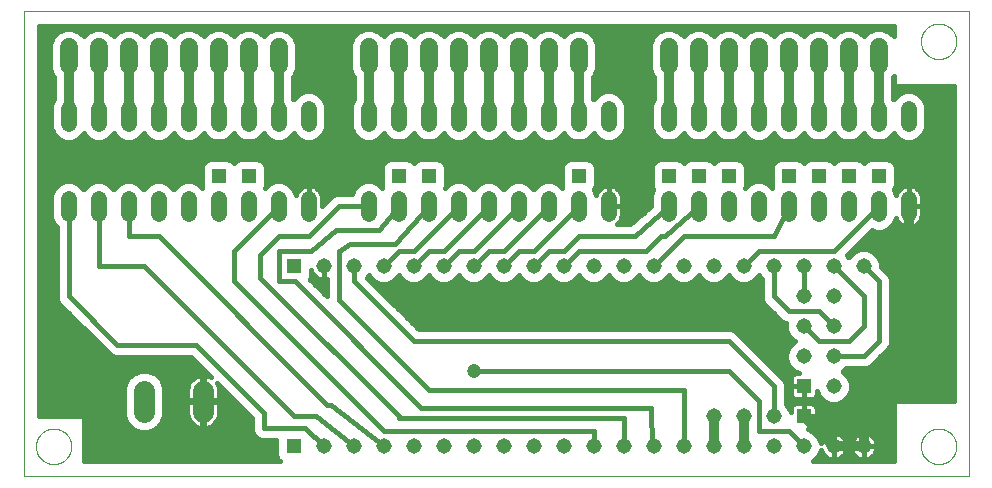
<source format=gbl>
G75*
%MOIN*%
%OFA0B0*%
%FSLAX25Y25*%
%IPPOS*%
%LPD*%
%AMOC8*
5,1,8,0,0,1.08239X$1,22.5*
%
%ADD10C,0.00000*%
%ADD11C,0.05200*%
%ADD12R,0.05150X0.05150*%
%ADD13C,0.05150*%
%ADD14C,0.05937*%
%ADD15C,0.07050*%
%ADD16C,0.03200*%
%ADD17C,0.01600*%
%ADD18C,0.05906*%
%ADD19R,0.05000X0.05000*%
%ADD20C,0.04724*%
D10*
X0023540Y0001000D02*
X0023540Y0155980D01*
X0338501Y0155980D01*
X0338501Y0001000D01*
X0023540Y0001000D01*
X0027634Y0011000D02*
X0027636Y0011153D01*
X0027642Y0011307D01*
X0027652Y0011460D01*
X0027666Y0011612D01*
X0027684Y0011765D01*
X0027706Y0011916D01*
X0027731Y0012067D01*
X0027761Y0012218D01*
X0027795Y0012368D01*
X0027832Y0012516D01*
X0027873Y0012664D01*
X0027918Y0012810D01*
X0027967Y0012956D01*
X0028020Y0013100D01*
X0028076Y0013242D01*
X0028136Y0013383D01*
X0028200Y0013523D01*
X0028267Y0013661D01*
X0028338Y0013797D01*
X0028413Y0013931D01*
X0028490Y0014063D01*
X0028572Y0014193D01*
X0028656Y0014321D01*
X0028744Y0014447D01*
X0028835Y0014570D01*
X0028929Y0014691D01*
X0029027Y0014809D01*
X0029127Y0014925D01*
X0029231Y0015038D01*
X0029337Y0015149D01*
X0029446Y0015257D01*
X0029558Y0015362D01*
X0029672Y0015463D01*
X0029790Y0015562D01*
X0029909Y0015658D01*
X0030031Y0015751D01*
X0030156Y0015840D01*
X0030283Y0015927D01*
X0030412Y0016009D01*
X0030543Y0016089D01*
X0030676Y0016165D01*
X0030811Y0016238D01*
X0030948Y0016307D01*
X0031087Y0016372D01*
X0031227Y0016434D01*
X0031369Y0016492D01*
X0031512Y0016547D01*
X0031657Y0016598D01*
X0031803Y0016645D01*
X0031950Y0016688D01*
X0032098Y0016727D01*
X0032247Y0016763D01*
X0032397Y0016794D01*
X0032548Y0016822D01*
X0032699Y0016846D01*
X0032852Y0016866D01*
X0033004Y0016882D01*
X0033157Y0016894D01*
X0033310Y0016902D01*
X0033463Y0016906D01*
X0033617Y0016906D01*
X0033770Y0016902D01*
X0033923Y0016894D01*
X0034076Y0016882D01*
X0034228Y0016866D01*
X0034381Y0016846D01*
X0034532Y0016822D01*
X0034683Y0016794D01*
X0034833Y0016763D01*
X0034982Y0016727D01*
X0035130Y0016688D01*
X0035277Y0016645D01*
X0035423Y0016598D01*
X0035568Y0016547D01*
X0035711Y0016492D01*
X0035853Y0016434D01*
X0035993Y0016372D01*
X0036132Y0016307D01*
X0036269Y0016238D01*
X0036404Y0016165D01*
X0036537Y0016089D01*
X0036668Y0016009D01*
X0036797Y0015927D01*
X0036924Y0015840D01*
X0037049Y0015751D01*
X0037171Y0015658D01*
X0037290Y0015562D01*
X0037408Y0015463D01*
X0037522Y0015362D01*
X0037634Y0015257D01*
X0037743Y0015149D01*
X0037849Y0015038D01*
X0037953Y0014925D01*
X0038053Y0014809D01*
X0038151Y0014691D01*
X0038245Y0014570D01*
X0038336Y0014447D01*
X0038424Y0014321D01*
X0038508Y0014193D01*
X0038590Y0014063D01*
X0038667Y0013931D01*
X0038742Y0013797D01*
X0038813Y0013661D01*
X0038880Y0013523D01*
X0038944Y0013383D01*
X0039004Y0013242D01*
X0039060Y0013100D01*
X0039113Y0012956D01*
X0039162Y0012810D01*
X0039207Y0012664D01*
X0039248Y0012516D01*
X0039285Y0012368D01*
X0039319Y0012218D01*
X0039349Y0012067D01*
X0039374Y0011916D01*
X0039396Y0011765D01*
X0039414Y0011612D01*
X0039428Y0011460D01*
X0039438Y0011307D01*
X0039444Y0011153D01*
X0039446Y0011000D01*
X0039444Y0010847D01*
X0039438Y0010693D01*
X0039428Y0010540D01*
X0039414Y0010388D01*
X0039396Y0010235D01*
X0039374Y0010084D01*
X0039349Y0009933D01*
X0039319Y0009782D01*
X0039285Y0009632D01*
X0039248Y0009484D01*
X0039207Y0009336D01*
X0039162Y0009190D01*
X0039113Y0009044D01*
X0039060Y0008900D01*
X0039004Y0008758D01*
X0038944Y0008617D01*
X0038880Y0008477D01*
X0038813Y0008339D01*
X0038742Y0008203D01*
X0038667Y0008069D01*
X0038590Y0007937D01*
X0038508Y0007807D01*
X0038424Y0007679D01*
X0038336Y0007553D01*
X0038245Y0007430D01*
X0038151Y0007309D01*
X0038053Y0007191D01*
X0037953Y0007075D01*
X0037849Y0006962D01*
X0037743Y0006851D01*
X0037634Y0006743D01*
X0037522Y0006638D01*
X0037408Y0006537D01*
X0037290Y0006438D01*
X0037171Y0006342D01*
X0037049Y0006249D01*
X0036924Y0006160D01*
X0036797Y0006073D01*
X0036668Y0005991D01*
X0036537Y0005911D01*
X0036404Y0005835D01*
X0036269Y0005762D01*
X0036132Y0005693D01*
X0035993Y0005628D01*
X0035853Y0005566D01*
X0035711Y0005508D01*
X0035568Y0005453D01*
X0035423Y0005402D01*
X0035277Y0005355D01*
X0035130Y0005312D01*
X0034982Y0005273D01*
X0034833Y0005237D01*
X0034683Y0005206D01*
X0034532Y0005178D01*
X0034381Y0005154D01*
X0034228Y0005134D01*
X0034076Y0005118D01*
X0033923Y0005106D01*
X0033770Y0005098D01*
X0033617Y0005094D01*
X0033463Y0005094D01*
X0033310Y0005098D01*
X0033157Y0005106D01*
X0033004Y0005118D01*
X0032852Y0005134D01*
X0032699Y0005154D01*
X0032548Y0005178D01*
X0032397Y0005206D01*
X0032247Y0005237D01*
X0032098Y0005273D01*
X0031950Y0005312D01*
X0031803Y0005355D01*
X0031657Y0005402D01*
X0031512Y0005453D01*
X0031369Y0005508D01*
X0031227Y0005566D01*
X0031087Y0005628D01*
X0030948Y0005693D01*
X0030811Y0005762D01*
X0030676Y0005835D01*
X0030543Y0005911D01*
X0030412Y0005991D01*
X0030283Y0006073D01*
X0030156Y0006160D01*
X0030031Y0006249D01*
X0029909Y0006342D01*
X0029790Y0006438D01*
X0029672Y0006537D01*
X0029558Y0006638D01*
X0029446Y0006743D01*
X0029337Y0006851D01*
X0029231Y0006962D01*
X0029127Y0007075D01*
X0029027Y0007191D01*
X0028929Y0007309D01*
X0028835Y0007430D01*
X0028744Y0007553D01*
X0028656Y0007679D01*
X0028572Y0007807D01*
X0028490Y0007937D01*
X0028413Y0008069D01*
X0028338Y0008203D01*
X0028267Y0008339D01*
X0028200Y0008477D01*
X0028136Y0008617D01*
X0028076Y0008758D01*
X0028020Y0008900D01*
X0027967Y0009044D01*
X0027918Y0009190D01*
X0027873Y0009336D01*
X0027832Y0009484D01*
X0027795Y0009632D01*
X0027761Y0009782D01*
X0027731Y0009933D01*
X0027706Y0010084D01*
X0027684Y0010235D01*
X0027666Y0010388D01*
X0027652Y0010540D01*
X0027642Y0010693D01*
X0027636Y0010847D01*
X0027634Y0011000D01*
X0322634Y0011000D02*
X0322636Y0011153D01*
X0322642Y0011307D01*
X0322652Y0011460D01*
X0322666Y0011612D01*
X0322684Y0011765D01*
X0322706Y0011916D01*
X0322731Y0012067D01*
X0322761Y0012218D01*
X0322795Y0012368D01*
X0322832Y0012516D01*
X0322873Y0012664D01*
X0322918Y0012810D01*
X0322967Y0012956D01*
X0323020Y0013100D01*
X0323076Y0013242D01*
X0323136Y0013383D01*
X0323200Y0013523D01*
X0323267Y0013661D01*
X0323338Y0013797D01*
X0323413Y0013931D01*
X0323490Y0014063D01*
X0323572Y0014193D01*
X0323656Y0014321D01*
X0323744Y0014447D01*
X0323835Y0014570D01*
X0323929Y0014691D01*
X0324027Y0014809D01*
X0324127Y0014925D01*
X0324231Y0015038D01*
X0324337Y0015149D01*
X0324446Y0015257D01*
X0324558Y0015362D01*
X0324672Y0015463D01*
X0324790Y0015562D01*
X0324909Y0015658D01*
X0325031Y0015751D01*
X0325156Y0015840D01*
X0325283Y0015927D01*
X0325412Y0016009D01*
X0325543Y0016089D01*
X0325676Y0016165D01*
X0325811Y0016238D01*
X0325948Y0016307D01*
X0326087Y0016372D01*
X0326227Y0016434D01*
X0326369Y0016492D01*
X0326512Y0016547D01*
X0326657Y0016598D01*
X0326803Y0016645D01*
X0326950Y0016688D01*
X0327098Y0016727D01*
X0327247Y0016763D01*
X0327397Y0016794D01*
X0327548Y0016822D01*
X0327699Y0016846D01*
X0327852Y0016866D01*
X0328004Y0016882D01*
X0328157Y0016894D01*
X0328310Y0016902D01*
X0328463Y0016906D01*
X0328617Y0016906D01*
X0328770Y0016902D01*
X0328923Y0016894D01*
X0329076Y0016882D01*
X0329228Y0016866D01*
X0329381Y0016846D01*
X0329532Y0016822D01*
X0329683Y0016794D01*
X0329833Y0016763D01*
X0329982Y0016727D01*
X0330130Y0016688D01*
X0330277Y0016645D01*
X0330423Y0016598D01*
X0330568Y0016547D01*
X0330711Y0016492D01*
X0330853Y0016434D01*
X0330993Y0016372D01*
X0331132Y0016307D01*
X0331269Y0016238D01*
X0331404Y0016165D01*
X0331537Y0016089D01*
X0331668Y0016009D01*
X0331797Y0015927D01*
X0331924Y0015840D01*
X0332049Y0015751D01*
X0332171Y0015658D01*
X0332290Y0015562D01*
X0332408Y0015463D01*
X0332522Y0015362D01*
X0332634Y0015257D01*
X0332743Y0015149D01*
X0332849Y0015038D01*
X0332953Y0014925D01*
X0333053Y0014809D01*
X0333151Y0014691D01*
X0333245Y0014570D01*
X0333336Y0014447D01*
X0333424Y0014321D01*
X0333508Y0014193D01*
X0333590Y0014063D01*
X0333667Y0013931D01*
X0333742Y0013797D01*
X0333813Y0013661D01*
X0333880Y0013523D01*
X0333944Y0013383D01*
X0334004Y0013242D01*
X0334060Y0013100D01*
X0334113Y0012956D01*
X0334162Y0012810D01*
X0334207Y0012664D01*
X0334248Y0012516D01*
X0334285Y0012368D01*
X0334319Y0012218D01*
X0334349Y0012067D01*
X0334374Y0011916D01*
X0334396Y0011765D01*
X0334414Y0011612D01*
X0334428Y0011460D01*
X0334438Y0011307D01*
X0334444Y0011153D01*
X0334446Y0011000D01*
X0334444Y0010847D01*
X0334438Y0010693D01*
X0334428Y0010540D01*
X0334414Y0010388D01*
X0334396Y0010235D01*
X0334374Y0010084D01*
X0334349Y0009933D01*
X0334319Y0009782D01*
X0334285Y0009632D01*
X0334248Y0009484D01*
X0334207Y0009336D01*
X0334162Y0009190D01*
X0334113Y0009044D01*
X0334060Y0008900D01*
X0334004Y0008758D01*
X0333944Y0008617D01*
X0333880Y0008477D01*
X0333813Y0008339D01*
X0333742Y0008203D01*
X0333667Y0008069D01*
X0333590Y0007937D01*
X0333508Y0007807D01*
X0333424Y0007679D01*
X0333336Y0007553D01*
X0333245Y0007430D01*
X0333151Y0007309D01*
X0333053Y0007191D01*
X0332953Y0007075D01*
X0332849Y0006962D01*
X0332743Y0006851D01*
X0332634Y0006743D01*
X0332522Y0006638D01*
X0332408Y0006537D01*
X0332290Y0006438D01*
X0332171Y0006342D01*
X0332049Y0006249D01*
X0331924Y0006160D01*
X0331797Y0006073D01*
X0331668Y0005991D01*
X0331537Y0005911D01*
X0331404Y0005835D01*
X0331269Y0005762D01*
X0331132Y0005693D01*
X0330993Y0005628D01*
X0330853Y0005566D01*
X0330711Y0005508D01*
X0330568Y0005453D01*
X0330423Y0005402D01*
X0330277Y0005355D01*
X0330130Y0005312D01*
X0329982Y0005273D01*
X0329833Y0005237D01*
X0329683Y0005206D01*
X0329532Y0005178D01*
X0329381Y0005154D01*
X0329228Y0005134D01*
X0329076Y0005118D01*
X0328923Y0005106D01*
X0328770Y0005098D01*
X0328617Y0005094D01*
X0328463Y0005094D01*
X0328310Y0005098D01*
X0328157Y0005106D01*
X0328004Y0005118D01*
X0327852Y0005134D01*
X0327699Y0005154D01*
X0327548Y0005178D01*
X0327397Y0005206D01*
X0327247Y0005237D01*
X0327098Y0005273D01*
X0326950Y0005312D01*
X0326803Y0005355D01*
X0326657Y0005402D01*
X0326512Y0005453D01*
X0326369Y0005508D01*
X0326227Y0005566D01*
X0326087Y0005628D01*
X0325948Y0005693D01*
X0325811Y0005762D01*
X0325676Y0005835D01*
X0325543Y0005911D01*
X0325412Y0005991D01*
X0325283Y0006073D01*
X0325156Y0006160D01*
X0325031Y0006249D01*
X0324909Y0006342D01*
X0324790Y0006438D01*
X0324672Y0006537D01*
X0324558Y0006638D01*
X0324446Y0006743D01*
X0324337Y0006851D01*
X0324231Y0006962D01*
X0324127Y0007075D01*
X0324027Y0007191D01*
X0323929Y0007309D01*
X0323835Y0007430D01*
X0323744Y0007553D01*
X0323656Y0007679D01*
X0323572Y0007807D01*
X0323490Y0007937D01*
X0323413Y0008069D01*
X0323338Y0008203D01*
X0323267Y0008339D01*
X0323200Y0008477D01*
X0323136Y0008617D01*
X0323076Y0008758D01*
X0323020Y0008900D01*
X0322967Y0009044D01*
X0322918Y0009190D01*
X0322873Y0009336D01*
X0322832Y0009484D01*
X0322795Y0009632D01*
X0322761Y0009782D01*
X0322731Y0009933D01*
X0322706Y0010084D01*
X0322684Y0010235D01*
X0322666Y0010388D01*
X0322652Y0010540D01*
X0322642Y0010693D01*
X0322636Y0010847D01*
X0322634Y0011000D01*
X0322634Y0146000D02*
X0322636Y0146153D01*
X0322642Y0146307D01*
X0322652Y0146460D01*
X0322666Y0146612D01*
X0322684Y0146765D01*
X0322706Y0146916D01*
X0322731Y0147067D01*
X0322761Y0147218D01*
X0322795Y0147368D01*
X0322832Y0147516D01*
X0322873Y0147664D01*
X0322918Y0147810D01*
X0322967Y0147956D01*
X0323020Y0148100D01*
X0323076Y0148242D01*
X0323136Y0148383D01*
X0323200Y0148523D01*
X0323267Y0148661D01*
X0323338Y0148797D01*
X0323413Y0148931D01*
X0323490Y0149063D01*
X0323572Y0149193D01*
X0323656Y0149321D01*
X0323744Y0149447D01*
X0323835Y0149570D01*
X0323929Y0149691D01*
X0324027Y0149809D01*
X0324127Y0149925D01*
X0324231Y0150038D01*
X0324337Y0150149D01*
X0324446Y0150257D01*
X0324558Y0150362D01*
X0324672Y0150463D01*
X0324790Y0150562D01*
X0324909Y0150658D01*
X0325031Y0150751D01*
X0325156Y0150840D01*
X0325283Y0150927D01*
X0325412Y0151009D01*
X0325543Y0151089D01*
X0325676Y0151165D01*
X0325811Y0151238D01*
X0325948Y0151307D01*
X0326087Y0151372D01*
X0326227Y0151434D01*
X0326369Y0151492D01*
X0326512Y0151547D01*
X0326657Y0151598D01*
X0326803Y0151645D01*
X0326950Y0151688D01*
X0327098Y0151727D01*
X0327247Y0151763D01*
X0327397Y0151794D01*
X0327548Y0151822D01*
X0327699Y0151846D01*
X0327852Y0151866D01*
X0328004Y0151882D01*
X0328157Y0151894D01*
X0328310Y0151902D01*
X0328463Y0151906D01*
X0328617Y0151906D01*
X0328770Y0151902D01*
X0328923Y0151894D01*
X0329076Y0151882D01*
X0329228Y0151866D01*
X0329381Y0151846D01*
X0329532Y0151822D01*
X0329683Y0151794D01*
X0329833Y0151763D01*
X0329982Y0151727D01*
X0330130Y0151688D01*
X0330277Y0151645D01*
X0330423Y0151598D01*
X0330568Y0151547D01*
X0330711Y0151492D01*
X0330853Y0151434D01*
X0330993Y0151372D01*
X0331132Y0151307D01*
X0331269Y0151238D01*
X0331404Y0151165D01*
X0331537Y0151089D01*
X0331668Y0151009D01*
X0331797Y0150927D01*
X0331924Y0150840D01*
X0332049Y0150751D01*
X0332171Y0150658D01*
X0332290Y0150562D01*
X0332408Y0150463D01*
X0332522Y0150362D01*
X0332634Y0150257D01*
X0332743Y0150149D01*
X0332849Y0150038D01*
X0332953Y0149925D01*
X0333053Y0149809D01*
X0333151Y0149691D01*
X0333245Y0149570D01*
X0333336Y0149447D01*
X0333424Y0149321D01*
X0333508Y0149193D01*
X0333590Y0149063D01*
X0333667Y0148931D01*
X0333742Y0148797D01*
X0333813Y0148661D01*
X0333880Y0148523D01*
X0333944Y0148383D01*
X0334004Y0148242D01*
X0334060Y0148100D01*
X0334113Y0147956D01*
X0334162Y0147810D01*
X0334207Y0147664D01*
X0334248Y0147516D01*
X0334285Y0147368D01*
X0334319Y0147218D01*
X0334349Y0147067D01*
X0334374Y0146916D01*
X0334396Y0146765D01*
X0334414Y0146612D01*
X0334428Y0146460D01*
X0334438Y0146307D01*
X0334444Y0146153D01*
X0334446Y0146000D01*
X0334444Y0145847D01*
X0334438Y0145693D01*
X0334428Y0145540D01*
X0334414Y0145388D01*
X0334396Y0145235D01*
X0334374Y0145084D01*
X0334349Y0144933D01*
X0334319Y0144782D01*
X0334285Y0144632D01*
X0334248Y0144484D01*
X0334207Y0144336D01*
X0334162Y0144190D01*
X0334113Y0144044D01*
X0334060Y0143900D01*
X0334004Y0143758D01*
X0333944Y0143617D01*
X0333880Y0143477D01*
X0333813Y0143339D01*
X0333742Y0143203D01*
X0333667Y0143069D01*
X0333590Y0142937D01*
X0333508Y0142807D01*
X0333424Y0142679D01*
X0333336Y0142553D01*
X0333245Y0142430D01*
X0333151Y0142309D01*
X0333053Y0142191D01*
X0332953Y0142075D01*
X0332849Y0141962D01*
X0332743Y0141851D01*
X0332634Y0141743D01*
X0332522Y0141638D01*
X0332408Y0141537D01*
X0332290Y0141438D01*
X0332171Y0141342D01*
X0332049Y0141249D01*
X0331924Y0141160D01*
X0331797Y0141073D01*
X0331668Y0140991D01*
X0331537Y0140911D01*
X0331404Y0140835D01*
X0331269Y0140762D01*
X0331132Y0140693D01*
X0330993Y0140628D01*
X0330853Y0140566D01*
X0330711Y0140508D01*
X0330568Y0140453D01*
X0330423Y0140402D01*
X0330277Y0140355D01*
X0330130Y0140312D01*
X0329982Y0140273D01*
X0329833Y0140237D01*
X0329683Y0140206D01*
X0329532Y0140178D01*
X0329381Y0140154D01*
X0329228Y0140134D01*
X0329076Y0140118D01*
X0328923Y0140106D01*
X0328770Y0140098D01*
X0328617Y0140094D01*
X0328463Y0140094D01*
X0328310Y0140098D01*
X0328157Y0140106D01*
X0328004Y0140118D01*
X0327852Y0140134D01*
X0327699Y0140154D01*
X0327548Y0140178D01*
X0327397Y0140206D01*
X0327247Y0140237D01*
X0327098Y0140273D01*
X0326950Y0140312D01*
X0326803Y0140355D01*
X0326657Y0140402D01*
X0326512Y0140453D01*
X0326369Y0140508D01*
X0326227Y0140566D01*
X0326087Y0140628D01*
X0325948Y0140693D01*
X0325811Y0140762D01*
X0325676Y0140835D01*
X0325543Y0140911D01*
X0325412Y0140991D01*
X0325283Y0141073D01*
X0325156Y0141160D01*
X0325031Y0141249D01*
X0324909Y0141342D01*
X0324790Y0141438D01*
X0324672Y0141537D01*
X0324558Y0141638D01*
X0324446Y0141743D01*
X0324337Y0141851D01*
X0324231Y0141962D01*
X0324127Y0142075D01*
X0324027Y0142191D01*
X0323929Y0142309D01*
X0323835Y0142430D01*
X0323744Y0142553D01*
X0323656Y0142679D01*
X0323572Y0142807D01*
X0323490Y0142937D01*
X0323413Y0143069D01*
X0323338Y0143203D01*
X0323267Y0143339D01*
X0323200Y0143477D01*
X0323136Y0143617D01*
X0323076Y0143758D01*
X0323020Y0143900D01*
X0322967Y0144044D01*
X0322918Y0144190D01*
X0322873Y0144336D01*
X0322832Y0144484D01*
X0322795Y0144632D01*
X0322761Y0144782D01*
X0322731Y0144933D01*
X0322706Y0145084D01*
X0322684Y0145235D01*
X0322666Y0145388D01*
X0322652Y0145540D01*
X0322642Y0145693D01*
X0322636Y0145847D01*
X0322634Y0146000D01*
D11*
X0318540Y0123600D02*
X0318540Y0118400D01*
X0308540Y0118400D02*
X0308540Y0123600D01*
X0298540Y0123600D02*
X0298540Y0118400D01*
X0288540Y0118400D02*
X0288540Y0123600D01*
X0278540Y0123600D02*
X0278540Y0118400D01*
X0268540Y0118400D02*
X0268540Y0123600D01*
X0258540Y0123600D02*
X0258540Y0118400D01*
X0248540Y0118400D02*
X0248540Y0123600D01*
X0238540Y0123600D02*
X0238540Y0118400D01*
X0218540Y0118400D02*
X0218540Y0123600D01*
X0208540Y0123600D02*
X0208540Y0118400D01*
X0198540Y0118400D02*
X0198540Y0123600D01*
X0188540Y0123600D02*
X0188540Y0118400D01*
X0178540Y0118400D02*
X0178540Y0123600D01*
X0168540Y0123600D02*
X0168540Y0118400D01*
X0158540Y0118400D02*
X0158540Y0123600D01*
X0148540Y0123600D02*
X0148540Y0118400D01*
X0138540Y0118400D02*
X0138540Y0123600D01*
X0118540Y0123600D02*
X0118540Y0118400D01*
X0108540Y0118400D02*
X0108540Y0123600D01*
X0098540Y0123600D02*
X0098540Y0118400D01*
X0088540Y0118400D02*
X0088540Y0123600D01*
X0078540Y0123600D02*
X0078540Y0118400D01*
X0068540Y0118400D02*
X0068540Y0123600D01*
X0058540Y0123600D02*
X0058540Y0118400D01*
X0048540Y0118400D02*
X0048540Y0123600D01*
X0038540Y0123600D02*
X0038540Y0118400D01*
X0038540Y0093600D02*
X0038540Y0088400D01*
X0048540Y0088400D02*
X0048540Y0093600D01*
X0058540Y0093600D02*
X0058540Y0088400D01*
X0068540Y0088400D02*
X0068540Y0093600D01*
X0078540Y0093600D02*
X0078540Y0088400D01*
X0088540Y0088400D02*
X0088540Y0093600D01*
X0098540Y0093600D02*
X0098540Y0088400D01*
X0108540Y0088400D02*
X0108540Y0093600D01*
X0118540Y0093600D02*
X0118540Y0088400D01*
X0138540Y0088400D02*
X0138540Y0093600D01*
X0148540Y0093600D02*
X0148540Y0088400D01*
X0158540Y0088400D02*
X0158540Y0093600D01*
X0168540Y0093600D02*
X0168540Y0088400D01*
X0178540Y0088400D02*
X0178540Y0093600D01*
X0188540Y0093600D02*
X0188540Y0088400D01*
X0198540Y0088400D02*
X0198540Y0093600D01*
X0208540Y0093600D02*
X0208540Y0088400D01*
X0218540Y0088400D02*
X0218540Y0093600D01*
X0238540Y0093600D02*
X0238540Y0088400D01*
X0248540Y0088400D02*
X0248540Y0093600D01*
X0258540Y0093600D02*
X0258540Y0088400D01*
X0268540Y0088400D02*
X0268540Y0093600D01*
X0278540Y0093600D02*
X0278540Y0088400D01*
X0288540Y0088400D02*
X0288540Y0093600D01*
X0298540Y0093600D02*
X0298540Y0088400D01*
X0308540Y0088400D02*
X0308540Y0093600D01*
X0318540Y0093600D02*
X0318540Y0088400D01*
D12*
X0283540Y0031000D03*
X0283540Y0021000D03*
X0113540Y0011000D03*
X0113540Y0071000D03*
D13*
X0123540Y0071000D03*
X0133540Y0071000D03*
X0143540Y0071000D03*
X0153540Y0071000D03*
X0163540Y0071000D03*
X0173540Y0071000D03*
X0183540Y0071000D03*
X0193540Y0071000D03*
X0203540Y0071000D03*
X0213540Y0071000D03*
X0223540Y0071000D03*
X0233540Y0071000D03*
X0243540Y0071000D03*
X0253540Y0071000D03*
X0263540Y0071000D03*
X0273540Y0071000D03*
X0283540Y0071000D03*
X0293540Y0071000D03*
X0303540Y0071000D03*
X0293540Y0061000D03*
X0283540Y0061000D03*
X0283540Y0051000D03*
X0293540Y0051000D03*
X0293540Y0041000D03*
X0283540Y0041000D03*
X0293540Y0031000D03*
X0273540Y0021000D03*
X0263540Y0021000D03*
X0253540Y0021000D03*
X0253540Y0011000D03*
X0243540Y0011000D03*
X0233540Y0011000D03*
X0223540Y0011000D03*
X0213540Y0011000D03*
X0203540Y0011000D03*
X0193540Y0011000D03*
X0183540Y0011000D03*
X0173540Y0011000D03*
X0163540Y0011000D03*
X0153540Y0011000D03*
X0143540Y0011000D03*
X0133540Y0011000D03*
X0123540Y0011000D03*
X0263540Y0011000D03*
X0273540Y0011000D03*
X0283540Y0011000D03*
X0293540Y0011000D03*
X0303540Y0011000D03*
D14*
X0298540Y0138031D02*
X0298540Y0143969D01*
X0288540Y0143969D02*
X0288540Y0138031D01*
X0278540Y0138031D02*
X0278540Y0143969D01*
X0268540Y0143969D02*
X0268540Y0138031D01*
X0258540Y0138031D02*
X0258540Y0143969D01*
X0248540Y0143969D02*
X0248540Y0138031D01*
X0238540Y0138031D02*
X0238540Y0143969D01*
X0208540Y0143969D02*
X0208540Y0138031D01*
X0198540Y0138031D02*
X0198540Y0143969D01*
X0188540Y0143969D02*
X0188540Y0138031D01*
X0178540Y0138031D02*
X0178540Y0143969D01*
X0168540Y0143969D02*
X0168540Y0138031D01*
X0158540Y0138031D02*
X0158540Y0143969D01*
X0148540Y0143969D02*
X0148540Y0138031D01*
X0138540Y0138031D02*
X0138540Y0143969D01*
X0108540Y0143969D02*
X0108540Y0138031D01*
X0098540Y0138031D02*
X0098540Y0143969D01*
X0088540Y0143969D02*
X0088540Y0138031D01*
X0078540Y0138031D02*
X0078540Y0143969D01*
X0068540Y0143969D02*
X0068540Y0138031D01*
X0058540Y0138031D02*
X0058540Y0143969D01*
X0048540Y0143969D02*
X0048540Y0138031D01*
X0038540Y0138031D02*
X0038540Y0143969D01*
X0308540Y0143969D02*
X0308540Y0138031D01*
D15*
X0083383Y0029525D02*
X0083383Y0022475D01*
X0063698Y0022475D02*
X0063698Y0029525D01*
D16*
X0253540Y0021000D02*
X0253540Y0011000D01*
X0263540Y0011000D02*
X0263540Y0021000D01*
X0283540Y0021000D02*
X0293540Y0011000D01*
X0303540Y0011000D01*
X0303540Y0021000D01*
X0318540Y0036000D01*
X0318540Y0091000D01*
X0308540Y0121000D02*
X0308540Y0141000D01*
X0298540Y0141000D02*
X0298540Y0121000D01*
X0288540Y0121000D02*
X0288540Y0141000D01*
X0278540Y0141000D02*
X0278540Y0121000D01*
X0268540Y0121000D02*
X0268540Y0141000D01*
X0258540Y0141000D02*
X0258540Y0121000D01*
X0248540Y0121000D02*
X0248540Y0141000D01*
X0238540Y0141000D02*
X0238540Y0121000D01*
X0208540Y0121000D02*
X0208540Y0141000D01*
X0198540Y0141000D02*
X0198540Y0121000D01*
X0188540Y0121000D02*
X0188540Y0141000D01*
X0178540Y0141000D02*
X0178540Y0121000D01*
X0168540Y0121000D02*
X0168540Y0141000D01*
X0158540Y0141000D02*
X0158540Y0121000D01*
X0148540Y0121000D02*
X0148540Y0141000D01*
X0138540Y0141000D02*
X0138540Y0121000D01*
X0108540Y0121000D02*
X0108540Y0141000D01*
X0098540Y0141000D02*
X0098540Y0121000D01*
X0088540Y0121000D02*
X0088540Y0141000D01*
X0078540Y0141000D02*
X0078540Y0121000D01*
X0068540Y0121000D02*
X0068540Y0141000D01*
X0058540Y0141000D02*
X0058540Y0121000D01*
X0048540Y0121000D02*
X0048540Y0141000D01*
X0038540Y0141000D02*
X0038540Y0121000D01*
D17*
X0032740Y0120888D02*
X0028540Y0120888D01*
X0028540Y0122487D02*
X0032740Y0122487D01*
X0032740Y0124085D02*
X0028540Y0124085D01*
X0028540Y0125684D02*
X0033126Y0125684D01*
X0032740Y0124754D02*
X0033623Y0126885D01*
X0033740Y0127002D01*
X0033740Y0134108D01*
X0033311Y0134537D01*
X0032372Y0136804D01*
X0032372Y0145195D01*
X0033311Y0147463D01*
X0035046Y0149198D01*
X0037313Y0150137D01*
X0039767Y0150137D01*
X0042035Y0149198D01*
X0043540Y0147692D01*
X0045046Y0149198D01*
X0047313Y0150137D01*
X0049767Y0150137D01*
X0052035Y0149198D01*
X0053540Y0147692D01*
X0055046Y0149198D01*
X0057313Y0150137D01*
X0059767Y0150137D01*
X0062035Y0149198D01*
X0063540Y0147692D01*
X0065046Y0149198D01*
X0067313Y0150137D01*
X0069767Y0150137D01*
X0072035Y0149198D01*
X0073540Y0147692D01*
X0075046Y0149198D01*
X0077313Y0150137D01*
X0079767Y0150137D01*
X0082035Y0149198D01*
X0083540Y0147692D01*
X0085046Y0149198D01*
X0087313Y0150137D01*
X0089767Y0150137D01*
X0092035Y0149198D01*
X0093540Y0147692D01*
X0095046Y0149198D01*
X0097313Y0150137D01*
X0099767Y0150137D01*
X0102035Y0149198D01*
X0103540Y0147692D01*
X0105046Y0149198D01*
X0107313Y0150137D01*
X0109767Y0150137D01*
X0112035Y0149198D01*
X0113770Y0147463D01*
X0114709Y0145195D01*
X0114709Y0136804D01*
X0113770Y0134537D01*
X0113340Y0134108D01*
X0113340Y0127002D01*
X0113457Y0126885D01*
X0113540Y0126685D01*
X0113623Y0126885D01*
X0115255Y0128517D01*
X0117387Y0129400D01*
X0119694Y0129400D01*
X0121826Y0128517D01*
X0123457Y0126885D01*
X0124340Y0124754D01*
X0124340Y0117246D01*
X0123457Y0115115D01*
X0121826Y0113483D01*
X0119694Y0112600D01*
X0117387Y0112600D01*
X0115255Y0113483D01*
X0113623Y0115115D01*
X0113540Y0115315D01*
X0113457Y0115115D01*
X0111826Y0113483D01*
X0109694Y0112600D01*
X0107387Y0112600D01*
X0105255Y0113483D01*
X0103623Y0115115D01*
X0103540Y0115315D01*
X0103457Y0115115D01*
X0101826Y0113483D01*
X0099694Y0112600D01*
X0097387Y0112600D01*
X0095255Y0113483D01*
X0093623Y0115115D01*
X0093540Y0115315D01*
X0093457Y0115115D01*
X0091826Y0113483D01*
X0089694Y0112600D01*
X0087387Y0112600D01*
X0085255Y0113483D01*
X0083623Y0115115D01*
X0083540Y0115315D01*
X0083457Y0115115D01*
X0081826Y0113483D01*
X0079694Y0112600D01*
X0077387Y0112600D01*
X0075255Y0113483D01*
X0073623Y0115115D01*
X0073540Y0115315D01*
X0073457Y0115115D01*
X0071826Y0113483D01*
X0069694Y0112600D01*
X0067387Y0112600D01*
X0065255Y0113483D01*
X0063623Y0115115D01*
X0063540Y0115315D01*
X0063457Y0115115D01*
X0061826Y0113483D01*
X0059694Y0112600D01*
X0057387Y0112600D01*
X0055255Y0113483D01*
X0053623Y0115115D01*
X0053540Y0115315D01*
X0053457Y0115115D01*
X0051826Y0113483D01*
X0049694Y0112600D01*
X0047387Y0112600D01*
X0045255Y0113483D01*
X0043623Y0115115D01*
X0043540Y0115315D01*
X0043457Y0115115D01*
X0041826Y0113483D01*
X0039694Y0112600D01*
X0037387Y0112600D01*
X0035255Y0113483D01*
X0033623Y0115115D01*
X0032740Y0117246D01*
X0032740Y0124754D01*
X0033740Y0127282D02*
X0028540Y0127282D01*
X0028540Y0128881D02*
X0033740Y0128881D01*
X0033740Y0130479D02*
X0028540Y0130479D01*
X0028540Y0132078D02*
X0033740Y0132078D01*
X0033740Y0133676D02*
X0028540Y0133676D01*
X0028540Y0135275D02*
X0033005Y0135275D01*
X0032372Y0136873D02*
X0028540Y0136873D01*
X0028540Y0138472D02*
X0032372Y0138472D01*
X0032372Y0140070D02*
X0028540Y0140070D01*
X0028540Y0141669D02*
X0032372Y0141669D01*
X0032372Y0143268D02*
X0028540Y0143268D01*
X0028540Y0144866D02*
X0032372Y0144866D01*
X0032898Y0146465D02*
X0028540Y0146465D01*
X0028540Y0148063D02*
X0033911Y0148063D01*
X0036166Y0149662D02*
X0028540Y0149662D01*
X0028540Y0151000D02*
X0313540Y0151000D01*
X0313540Y0147692D01*
X0312035Y0149198D01*
X0309767Y0150137D01*
X0307313Y0150137D01*
X0305046Y0149198D01*
X0303540Y0147692D01*
X0302035Y0149198D01*
X0299767Y0150137D01*
X0297313Y0150137D01*
X0295046Y0149198D01*
X0293540Y0147692D01*
X0292035Y0149198D01*
X0289767Y0150137D01*
X0287313Y0150137D01*
X0285046Y0149198D01*
X0283540Y0147692D01*
X0282035Y0149198D01*
X0279767Y0150137D01*
X0277313Y0150137D01*
X0275046Y0149198D01*
X0273540Y0147692D01*
X0272035Y0149198D01*
X0269767Y0150137D01*
X0267313Y0150137D01*
X0265046Y0149198D01*
X0263540Y0147692D01*
X0262035Y0149198D01*
X0259767Y0150137D01*
X0257313Y0150137D01*
X0255046Y0149198D01*
X0253540Y0147692D01*
X0252035Y0149198D01*
X0249767Y0150137D01*
X0247313Y0150137D01*
X0245046Y0149198D01*
X0243540Y0147692D01*
X0242035Y0149198D01*
X0239767Y0150137D01*
X0237313Y0150137D01*
X0235046Y0149198D01*
X0233311Y0147463D01*
X0232372Y0145195D01*
X0232372Y0136804D01*
X0233311Y0134537D01*
X0233740Y0134108D01*
X0233740Y0127002D01*
X0233623Y0126885D01*
X0232740Y0124754D01*
X0232740Y0117246D01*
X0233623Y0115115D01*
X0235255Y0113483D01*
X0237387Y0112600D01*
X0239694Y0112600D01*
X0241826Y0113483D01*
X0243457Y0115115D01*
X0243540Y0115315D01*
X0243623Y0115115D01*
X0245255Y0113483D01*
X0247387Y0112600D01*
X0249694Y0112600D01*
X0251826Y0113483D01*
X0253457Y0115115D01*
X0253540Y0115315D01*
X0253623Y0115115D01*
X0255255Y0113483D01*
X0257387Y0112600D01*
X0259694Y0112600D01*
X0261826Y0113483D01*
X0263457Y0115115D01*
X0263540Y0115315D01*
X0263623Y0115115D01*
X0265255Y0113483D01*
X0267387Y0112600D01*
X0269694Y0112600D01*
X0271826Y0113483D01*
X0273457Y0115115D01*
X0273540Y0115315D01*
X0273623Y0115115D01*
X0275255Y0113483D01*
X0277387Y0112600D01*
X0279694Y0112600D01*
X0281826Y0113483D01*
X0283457Y0115115D01*
X0283540Y0115315D01*
X0283623Y0115115D01*
X0285255Y0113483D01*
X0287387Y0112600D01*
X0289694Y0112600D01*
X0291826Y0113483D01*
X0293457Y0115115D01*
X0293540Y0115315D01*
X0293623Y0115115D01*
X0295255Y0113483D01*
X0297387Y0112600D01*
X0299694Y0112600D01*
X0301826Y0113483D01*
X0303457Y0115115D01*
X0303540Y0115315D01*
X0303623Y0115115D01*
X0305255Y0113483D01*
X0307387Y0112600D01*
X0309694Y0112600D01*
X0311826Y0113483D01*
X0313457Y0115115D01*
X0313540Y0115315D01*
X0313623Y0115115D01*
X0315255Y0113483D01*
X0317387Y0112600D01*
X0319694Y0112600D01*
X0321826Y0113483D01*
X0323457Y0115115D01*
X0324340Y0117246D01*
X0324340Y0124754D01*
X0323457Y0126885D01*
X0321826Y0128517D01*
X0319694Y0129400D01*
X0317387Y0129400D01*
X0315255Y0128517D01*
X0313623Y0126885D01*
X0313540Y0126685D01*
X0313457Y0126885D01*
X0313340Y0127002D01*
X0313340Y0134108D01*
X0313540Y0134308D01*
X0313540Y0131000D01*
X0333540Y0131000D01*
X0333540Y0026000D01*
X0313540Y0026000D01*
X0313540Y0006000D01*
X0286560Y0006000D01*
X0286812Y0006104D01*
X0288436Y0007729D01*
X0289314Y0009849D01*
X0289486Y0009321D01*
X0289799Y0008707D01*
X0290203Y0008150D01*
X0290690Y0007663D01*
X0291247Y0007258D01*
X0291861Y0006946D01*
X0292516Y0006733D01*
X0293196Y0006625D01*
X0293540Y0006625D01*
X0293540Y0011000D01*
X0293540Y0015375D01*
X0293196Y0015375D01*
X0292516Y0015267D01*
X0291861Y0015054D01*
X0291247Y0014742D01*
X0290690Y0014337D01*
X0290203Y0013850D01*
X0289799Y0013293D01*
X0289486Y0012679D01*
X0289314Y0012151D01*
X0288436Y0014271D01*
X0286812Y0015896D01*
X0285050Y0016625D01*
X0286352Y0016625D01*
X0286810Y0016748D01*
X0287220Y0016985D01*
X0287555Y0017320D01*
X0287792Y0017730D01*
X0287915Y0018188D01*
X0287915Y0021000D01*
X0287915Y0023812D01*
X0287792Y0024270D01*
X0287555Y0024680D01*
X0287220Y0025015D01*
X0286810Y0025252D01*
X0286352Y0025375D01*
X0283540Y0025375D01*
X0280729Y0025375D01*
X0280271Y0025252D01*
X0279860Y0025015D01*
X0279525Y0024680D01*
X0279288Y0024270D01*
X0279166Y0023812D01*
X0279166Y0022510D01*
X0278436Y0024271D01*
X0277540Y0025167D01*
X0277540Y0031796D01*
X0276931Y0033266D01*
X0261931Y0048266D01*
X0260806Y0049391D01*
X0259336Y0050000D01*
X0155197Y0050000D01*
X0137952Y0067245D01*
X0138436Y0067729D01*
X0138540Y0067981D01*
X0138645Y0067729D01*
X0140269Y0066104D01*
X0142392Y0065225D01*
X0144689Y0065225D01*
X0146812Y0066104D01*
X0148436Y0067729D01*
X0148540Y0067981D01*
X0148645Y0067729D01*
X0150269Y0066104D01*
X0152392Y0065225D01*
X0154689Y0065225D01*
X0156812Y0066104D01*
X0158436Y0067729D01*
X0158540Y0067981D01*
X0158645Y0067729D01*
X0160269Y0066104D01*
X0162392Y0065225D01*
X0164689Y0065225D01*
X0166812Y0066104D01*
X0168436Y0067729D01*
X0168540Y0067981D01*
X0168645Y0067729D01*
X0170269Y0066104D01*
X0172392Y0065225D01*
X0174689Y0065225D01*
X0176812Y0066104D01*
X0178436Y0067729D01*
X0178540Y0067981D01*
X0178645Y0067729D01*
X0180269Y0066104D01*
X0182392Y0065225D01*
X0184689Y0065225D01*
X0186812Y0066104D01*
X0188436Y0067729D01*
X0188540Y0067981D01*
X0188645Y0067729D01*
X0190269Y0066104D01*
X0192392Y0065225D01*
X0194689Y0065225D01*
X0196812Y0066104D01*
X0198436Y0067729D01*
X0198540Y0067981D01*
X0198645Y0067729D01*
X0200269Y0066104D01*
X0202392Y0065225D01*
X0204689Y0065225D01*
X0206812Y0066104D01*
X0208436Y0067729D01*
X0208540Y0067981D01*
X0208645Y0067729D01*
X0210269Y0066104D01*
X0212392Y0065225D01*
X0214689Y0065225D01*
X0216812Y0066104D01*
X0218436Y0067729D01*
X0218540Y0067981D01*
X0218645Y0067729D01*
X0220269Y0066104D01*
X0222392Y0065225D01*
X0224689Y0065225D01*
X0226812Y0066104D01*
X0228436Y0067729D01*
X0228540Y0067981D01*
X0228645Y0067729D01*
X0230269Y0066104D01*
X0232392Y0065225D01*
X0234689Y0065225D01*
X0236812Y0066104D01*
X0238436Y0067729D01*
X0238540Y0067981D01*
X0238645Y0067729D01*
X0240269Y0066104D01*
X0242392Y0065225D01*
X0244689Y0065225D01*
X0246812Y0066104D01*
X0248436Y0067729D01*
X0248540Y0067981D01*
X0248645Y0067729D01*
X0250269Y0066104D01*
X0252392Y0065225D01*
X0254689Y0065225D01*
X0256812Y0066104D01*
X0258436Y0067729D01*
X0258540Y0067981D01*
X0258645Y0067729D01*
X0260269Y0066104D01*
X0262392Y0065225D01*
X0264689Y0065225D01*
X0266812Y0066104D01*
X0268436Y0067729D01*
X0268540Y0067981D01*
X0268645Y0067729D01*
X0269540Y0066833D01*
X0269540Y0060204D01*
X0270149Y0058734D01*
X0275149Y0053734D01*
X0276275Y0052609D01*
X0277745Y0052000D01*
X0277766Y0052000D01*
X0277766Y0049851D01*
X0278645Y0047729D01*
X0280269Y0046104D01*
X0280521Y0046000D01*
X0280269Y0045896D01*
X0278645Y0044271D01*
X0277766Y0042149D01*
X0277766Y0039851D01*
X0278645Y0037729D01*
X0280269Y0036104D01*
X0282031Y0035375D01*
X0280729Y0035375D01*
X0280271Y0035252D01*
X0279860Y0035015D01*
X0279525Y0034680D01*
X0279288Y0034270D01*
X0279166Y0033812D01*
X0279166Y0031000D01*
X0279166Y0028188D01*
X0279288Y0027730D01*
X0279525Y0027320D01*
X0279860Y0026985D01*
X0280271Y0026748D01*
X0280729Y0026625D01*
X0283540Y0026625D01*
X0283540Y0031000D01*
X0283540Y0031000D01*
X0279166Y0031000D01*
X0283540Y0031000D01*
X0283540Y0031000D01*
X0283540Y0021000D01*
X0283540Y0025375D01*
X0283540Y0021000D01*
X0283540Y0021000D01*
X0287915Y0021000D01*
X0283540Y0021000D01*
X0283540Y0021000D01*
X0283540Y0021781D02*
X0283540Y0021781D01*
X0283540Y0023379D02*
X0283540Y0023379D01*
X0283540Y0024978D02*
X0283540Y0024978D01*
X0283540Y0026625D02*
X0286352Y0026625D01*
X0286810Y0026748D01*
X0287220Y0026985D01*
X0287555Y0027320D01*
X0287792Y0027730D01*
X0287915Y0028188D01*
X0287915Y0029490D01*
X0288645Y0027729D01*
X0290269Y0026104D01*
X0292392Y0025225D01*
X0294689Y0025225D01*
X0296812Y0026104D01*
X0298436Y0027729D01*
X0299315Y0029851D01*
X0299315Y0032149D01*
X0298436Y0034271D01*
X0296812Y0035896D01*
X0296560Y0036000D01*
X0296812Y0036104D01*
X0297707Y0037000D01*
X0304336Y0037000D01*
X0305806Y0037609D01*
X0306931Y0038734D01*
X0311931Y0043734D01*
X0312540Y0045204D01*
X0312540Y0066796D01*
X0311931Y0068266D01*
X0310806Y0069391D01*
X0309315Y0070882D01*
X0309315Y0072149D01*
X0308436Y0074271D01*
X0306812Y0075896D01*
X0304689Y0076775D01*
X0302392Y0076775D01*
X0300269Y0075896D01*
X0298645Y0074271D01*
X0298540Y0074019D01*
X0298436Y0074271D01*
X0297952Y0074755D01*
X0306263Y0083066D01*
X0307387Y0082600D01*
X0309694Y0082600D01*
X0311826Y0083483D01*
X0313457Y0085115D01*
X0314311Y0087177D01*
X0314463Y0086711D01*
X0314777Y0086094D01*
X0315184Y0085534D01*
X0315674Y0085044D01*
X0316234Y0084637D01*
X0316851Y0084322D01*
X0317510Y0084108D01*
X0318194Y0084000D01*
X0318540Y0084000D01*
X0318540Y0091000D01*
X0318540Y0098000D01*
X0318194Y0098000D01*
X0317510Y0097892D01*
X0316851Y0097678D01*
X0316234Y0097363D01*
X0315674Y0096956D01*
X0315184Y0096466D01*
X0314777Y0095906D01*
X0314463Y0095289D01*
X0314311Y0094823D01*
X0313602Y0096536D01*
X0313753Y0096687D01*
X0314240Y0097863D01*
X0314240Y0104137D01*
X0313753Y0105313D01*
X0312853Y0106213D01*
X0311677Y0106700D01*
X0305404Y0106700D01*
X0304228Y0106213D01*
X0303540Y0105525D01*
X0302853Y0106213D01*
X0301677Y0106700D01*
X0295404Y0106700D01*
X0294228Y0106213D01*
X0293540Y0105525D01*
X0292853Y0106213D01*
X0291677Y0106700D01*
X0285404Y0106700D01*
X0284228Y0106213D01*
X0283540Y0105525D01*
X0282853Y0106213D01*
X0281677Y0106700D01*
X0275404Y0106700D01*
X0274228Y0106213D01*
X0273328Y0105313D01*
X0272840Y0104137D01*
X0272840Y0097863D01*
X0273096Y0097247D01*
X0271826Y0098517D01*
X0269694Y0099400D01*
X0267387Y0099400D01*
X0265255Y0098517D01*
X0263985Y0097247D01*
X0264240Y0097863D01*
X0264240Y0104137D01*
X0263753Y0105313D01*
X0262853Y0106213D01*
X0261677Y0106700D01*
X0255404Y0106700D01*
X0254228Y0106213D01*
X0253540Y0105525D01*
X0252853Y0106213D01*
X0251677Y0106700D01*
X0245404Y0106700D01*
X0244228Y0106213D01*
X0243540Y0105525D01*
X0242853Y0106213D01*
X0241677Y0106700D01*
X0235404Y0106700D01*
X0234228Y0106213D01*
X0233328Y0105313D01*
X0232840Y0104137D01*
X0232840Y0097863D01*
X0233328Y0096687D01*
X0233479Y0096536D01*
X0232740Y0094754D01*
X0232740Y0091196D01*
X0225770Y0085000D01*
X0221346Y0085000D01*
X0221407Y0085044D01*
X0221896Y0085534D01*
X0222304Y0086094D01*
X0222618Y0086711D01*
X0222832Y0087370D01*
X0222940Y0088054D01*
X0222940Y0091000D01*
X0222940Y0093946D01*
X0222832Y0094630D01*
X0222618Y0095289D01*
X0222304Y0095906D01*
X0221896Y0096466D01*
X0221407Y0096956D01*
X0220846Y0097363D01*
X0220229Y0097678D01*
X0219571Y0097892D01*
X0218887Y0098000D01*
X0218540Y0098000D01*
X0218194Y0098000D01*
X0217510Y0097892D01*
X0216851Y0097678D01*
X0216234Y0097363D01*
X0215674Y0096956D01*
X0215184Y0096466D01*
X0214777Y0095906D01*
X0214463Y0095289D01*
X0214311Y0094823D01*
X0213602Y0096536D01*
X0213753Y0096687D01*
X0214240Y0097863D01*
X0214240Y0104137D01*
X0213753Y0105313D01*
X0212853Y0106213D01*
X0211677Y0106700D01*
X0205404Y0106700D01*
X0204228Y0106213D01*
X0203328Y0105313D01*
X0202840Y0104137D01*
X0202840Y0097863D01*
X0203096Y0097247D01*
X0201826Y0098517D01*
X0199694Y0099400D01*
X0197387Y0099400D01*
X0195255Y0098517D01*
X0193623Y0096885D01*
X0193540Y0096685D01*
X0193457Y0096885D01*
X0191826Y0098517D01*
X0189694Y0099400D01*
X0187387Y0099400D01*
X0185255Y0098517D01*
X0183623Y0096885D01*
X0183540Y0096685D01*
X0183457Y0096885D01*
X0181826Y0098517D01*
X0179694Y0099400D01*
X0177387Y0099400D01*
X0175255Y0098517D01*
X0173623Y0096885D01*
X0173540Y0096685D01*
X0173457Y0096885D01*
X0171826Y0098517D01*
X0169694Y0099400D01*
X0167387Y0099400D01*
X0165255Y0098517D01*
X0163985Y0097247D01*
X0164240Y0097863D01*
X0164240Y0104137D01*
X0163753Y0105313D01*
X0162853Y0106213D01*
X0161677Y0106700D01*
X0155404Y0106700D01*
X0154228Y0106213D01*
X0153540Y0105525D01*
X0152853Y0106213D01*
X0151677Y0106700D01*
X0145404Y0106700D01*
X0144228Y0106213D01*
X0143328Y0105313D01*
X0142840Y0104137D01*
X0142840Y0097863D01*
X0143096Y0097247D01*
X0141826Y0098517D01*
X0139694Y0099400D01*
X0137387Y0099400D01*
X0135255Y0098517D01*
X0133623Y0096885D01*
X0132842Y0095000D01*
X0127745Y0095000D01*
X0126275Y0094391D01*
X0125149Y0093266D01*
X0122940Y0091057D01*
X0122940Y0093946D01*
X0122832Y0094630D01*
X0122618Y0095289D01*
X0122304Y0095906D01*
X0121896Y0096466D01*
X0121407Y0096956D01*
X0120846Y0097363D01*
X0120229Y0097678D01*
X0119571Y0097892D01*
X0118887Y0098000D01*
X0118540Y0098000D01*
X0118194Y0098000D01*
X0117510Y0097892D01*
X0116851Y0097678D01*
X0116234Y0097363D01*
X0115674Y0096956D01*
X0115184Y0096466D01*
X0114777Y0095906D01*
X0114463Y0095289D01*
X0114311Y0094823D01*
X0113457Y0096885D01*
X0111826Y0098517D01*
X0109694Y0099400D01*
X0107387Y0099400D01*
X0105255Y0098517D01*
X0103985Y0097247D01*
X0104240Y0097863D01*
X0104240Y0104137D01*
X0103753Y0105313D01*
X0102853Y0106213D01*
X0101677Y0106700D01*
X0095404Y0106700D01*
X0094228Y0106213D01*
X0093540Y0105525D01*
X0092853Y0106213D01*
X0091677Y0106700D01*
X0085404Y0106700D01*
X0084228Y0106213D01*
X0083328Y0105313D01*
X0082840Y0104137D01*
X0082840Y0097863D01*
X0083096Y0097247D01*
X0081826Y0098517D01*
X0079694Y0099400D01*
X0077387Y0099400D01*
X0075255Y0098517D01*
X0073623Y0096885D01*
X0073540Y0096685D01*
X0073457Y0096885D01*
X0071826Y0098517D01*
X0069694Y0099400D01*
X0067387Y0099400D01*
X0065255Y0098517D01*
X0063623Y0096885D01*
X0063540Y0096685D01*
X0063457Y0096885D01*
X0061826Y0098517D01*
X0059694Y0099400D01*
X0057387Y0099400D01*
X0055255Y0098517D01*
X0053623Y0096885D01*
X0053540Y0096685D01*
X0053457Y0096885D01*
X0051826Y0098517D01*
X0049694Y0099400D01*
X0047387Y0099400D01*
X0045255Y0098517D01*
X0043623Y0096885D01*
X0043540Y0096685D01*
X0043457Y0096885D01*
X0041826Y0098517D01*
X0039694Y0099400D01*
X0037387Y0099400D01*
X0035255Y0098517D01*
X0033623Y0096885D01*
X0032740Y0094754D01*
X0032740Y0087246D01*
X0033623Y0085115D01*
X0034540Y0084198D01*
X0034540Y0060204D01*
X0035149Y0058734D01*
X0052525Y0041359D01*
X0053995Y0040750D01*
X0079383Y0040750D01*
X0085930Y0034204D01*
X0085427Y0034460D01*
X0084630Y0034719D01*
X0083802Y0034850D01*
X0083758Y0034850D01*
X0083758Y0026375D01*
X0088708Y0026375D01*
X0088708Y0029944D01*
X0088577Y0030772D01*
X0088318Y0031569D01*
X0088061Y0032072D01*
X0099540Y0020593D01*
X0099540Y0016454D01*
X0100149Y0014984D01*
X0101275Y0013859D01*
X0102745Y0013250D01*
X0107766Y0013250D01*
X0107766Y0007789D01*
X0108253Y0006613D01*
X0108865Y0006000D01*
X0043540Y0006000D01*
X0043540Y0021000D01*
X0028540Y0021000D01*
X0028540Y0151000D01*
X0040915Y0149662D02*
X0046166Y0149662D01*
X0043911Y0148063D02*
X0043169Y0148063D01*
X0050915Y0149662D02*
X0056166Y0149662D01*
X0053911Y0148063D02*
X0053169Y0148063D01*
X0060915Y0149662D02*
X0066166Y0149662D01*
X0063911Y0148063D02*
X0063169Y0148063D01*
X0070915Y0149662D02*
X0076166Y0149662D01*
X0073911Y0148063D02*
X0073169Y0148063D01*
X0080915Y0149662D02*
X0086166Y0149662D01*
X0083911Y0148063D02*
X0083169Y0148063D01*
X0090915Y0149662D02*
X0096166Y0149662D01*
X0093911Y0148063D02*
X0093169Y0148063D01*
X0100915Y0149662D02*
X0106166Y0149662D01*
X0103911Y0148063D02*
X0103169Y0148063D01*
X0110915Y0149662D02*
X0136166Y0149662D01*
X0135046Y0149198D02*
X0137313Y0150137D01*
X0139767Y0150137D01*
X0142035Y0149198D01*
X0143540Y0147692D01*
X0145046Y0149198D01*
X0147313Y0150137D01*
X0149767Y0150137D01*
X0152035Y0149198D01*
X0153540Y0147692D01*
X0155046Y0149198D01*
X0157313Y0150137D01*
X0159767Y0150137D01*
X0162035Y0149198D01*
X0163540Y0147692D01*
X0165046Y0149198D01*
X0167313Y0150137D01*
X0169767Y0150137D01*
X0172035Y0149198D01*
X0173540Y0147692D01*
X0175046Y0149198D01*
X0177313Y0150137D01*
X0179767Y0150137D01*
X0182035Y0149198D01*
X0183540Y0147692D01*
X0185046Y0149198D01*
X0187313Y0150137D01*
X0189767Y0150137D01*
X0192035Y0149198D01*
X0193540Y0147692D01*
X0195046Y0149198D01*
X0197313Y0150137D01*
X0199767Y0150137D01*
X0202035Y0149198D01*
X0203540Y0147692D01*
X0205046Y0149198D01*
X0207313Y0150137D01*
X0209767Y0150137D01*
X0212035Y0149198D01*
X0213770Y0147463D01*
X0214709Y0145195D01*
X0214709Y0136804D01*
X0213770Y0134537D01*
X0213340Y0134108D01*
X0213340Y0127002D01*
X0213457Y0126885D01*
X0213540Y0126685D01*
X0213623Y0126885D01*
X0215255Y0128517D01*
X0217387Y0129400D01*
X0219694Y0129400D01*
X0221826Y0128517D01*
X0223457Y0126885D01*
X0224340Y0124754D01*
X0224340Y0117246D01*
X0223457Y0115115D01*
X0221826Y0113483D01*
X0219694Y0112600D01*
X0217387Y0112600D01*
X0215255Y0113483D01*
X0213623Y0115115D01*
X0213540Y0115315D01*
X0213457Y0115115D01*
X0211826Y0113483D01*
X0209694Y0112600D01*
X0207387Y0112600D01*
X0205255Y0113483D01*
X0203623Y0115115D01*
X0203540Y0115315D01*
X0203457Y0115115D01*
X0201826Y0113483D01*
X0199694Y0112600D01*
X0197387Y0112600D01*
X0195255Y0113483D01*
X0193623Y0115115D01*
X0193540Y0115315D01*
X0193457Y0115115D01*
X0191826Y0113483D01*
X0189694Y0112600D01*
X0187387Y0112600D01*
X0185255Y0113483D01*
X0183623Y0115115D01*
X0183540Y0115315D01*
X0183457Y0115115D01*
X0181826Y0113483D01*
X0179694Y0112600D01*
X0177387Y0112600D01*
X0175255Y0113483D01*
X0173623Y0115115D01*
X0173540Y0115315D01*
X0173457Y0115115D01*
X0171826Y0113483D01*
X0169694Y0112600D01*
X0167387Y0112600D01*
X0165255Y0113483D01*
X0163623Y0115115D01*
X0163540Y0115315D01*
X0163457Y0115115D01*
X0161826Y0113483D01*
X0159694Y0112600D01*
X0157387Y0112600D01*
X0155255Y0113483D01*
X0153623Y0115115D01*
X0153540Y0115315D01*
X0153457Y0115115D01*
X0151826Y0113483D01*
X0149694Y0112600D01*
X0147387Y0112600D01*
X0145255Y0113483D01*
X0143623Y0115115D01*
X0143540Y0115315D01*
X0143457Y0115115D01*
X0141826Y0113483D01*
X0139694Y0112600D01*
X0137387Y0112600D01*
X0135255Y0113483D01*
X0133623Y0115115D01*
X0132740Y0117246D01*
X0132740Y0124754D01*
X0133623Y0126885D01*
X0133740Y0127002D01*
X0133740Y0134108D01*
X0133311Y0134537D01*
X0132372Y0136804D01*
X0132372Y0145195D01*
X0133311Y0147463D01*
X0135046Y0149198D01*
X0133911Y0148063D02*
X0113169Y0148063D01*
X0114183Y0146465D02*
X0132898Y0146465D01*
X0132372Y0144866D02*
X0114709Y0144866D01*
X0114709Y0143268D02*
X0132372Y0143268D01*
X0132372Y0141669D02*
X0114709Y0141669D01*
X0114709Y0140070D02*
X0132372Y0140070D01*
X0132372Y0138472D02*
X0114709Y0138472D01*
X0114709Y0136873D02*
X0132372Y0136873D01*
X0133005Y0135275D02*
X0114075Y0135275D01*
X0113340Y0133676D02*
X0133740Y0133676D01*
X0133740Y0132078D02*
X0113340Y0132078D01*
X0113340Y0130479D02*
X0133740Y0130479D01*
X0133740Y0128881D02*
X0120947Y0128881D01*
X0123060Y0127282D02*
X0133740Y0127282D01*
X0133126Y0125684D02*
X0123955Y0125684D01*
X0124340Y0124085D02*
X0132740Y0124085D01*
X0132740Y0122487D02*
X0124340Y0122487D01*
X0124340Y0120888D02*
X0132740Y0120888D01*
X0132740Y0119290D02*
X0124340Y0119290D01*
X0124340Y0117691D02*
X0132740Y0117691D01*
X0133218Y0116093D02*
X0123863Y0116093D01*
X0122837Y0114494D02*
X0134244Y0114494D01*
X0136673Y0112896D02*
X0120408Y0112896D01*
X0116673Y0112896D02*
X0110408Y0112896D01*
X0112837Y0114494D02*
X0114244Y0114494D01*
X0106673Y0112896D02*
X0100408Y0112896D01*
X0102837Y0114494D02*
X0104244Y0114494D01*
X0096673Y0112896D02*
X0090408Y0112896D01*
X0092837Y0114494D02*
X0094244Y0114494D01*
X0086673Y0112896D02*
X0080408Y0112896D01*
X0082837Y0114494D02*
X0084244Y0114494D01*
X0076673Y0112896D02*
X0070408Y0112896D01*
X0072837Y0114494D02*
X0074244Y0114494D01*
X0066673Y0112896D02*
X0060408Y0112896D01*
X0062837Y0114494D02*
X0064244Y0114494D01*
X0056673Y0112896D02*
X0050408Y0112896D01*
X0052837Y0114494D02*
X0054244Y0114494D01*
X0046673Y0112896D02*
X0040408Y0112896D01*
X0042837Y0114494D02*
X0044244Y0114494D01*
X0036673Y0112896D02*
X0028540Y0112896D01*
X0028540Y0114494D02*
X0034244Y0114494D01*
X0033218Y0116093D02*
X0028540Y0116093D01*
X0028540Y0117691D02*
X0032740Y0117691D01*
X0032740Y0119290D02*
X0028540Y0119290D01*
X0028540Y0111297D02*
X0333540Y0111297D01*
X0333540Y0109699D02*
X0028540Y0109699D01*
X0028540Y0108100D02*
X0333540Y0108100D01*
X0333540Y0106502D02*
X0312155Y0106502D01*
X0313923Y0104903D02*
X0333540Y0104903D01*
X0333540Y0103305D02*
X0314240Y0103305D01*
X0314240Y0101706D02*
X0333540Y0101706D01*
X0333540Y0100108D02*
X0314240Y0100108D01*
X0314240Y0098509D02*
X0333540Y0098509D01*
X0333540Y0096911D02*
X0321452Y0096911D01*
X0321407Y0096956D02*
X0320846Y0097363D01*
X0320229Y0097678D01*
X0319571Y0097892D01*
X0318887Y0098000D01*
X0318540Y0098000D01*
X0318540Y0091000D01*
X0318540Y0091000D01*
X0318540Y0091000D01*
X0318540Y0084000D01*
X0318887Y0084000D01*
X0319571Y0084108D01*
X0320229Y0084322D01*
X0320846Y0084637D01*
X0321407Y0085044D01*
X0321896Y0085534D01*
X0322304Y0086094D01*
X0322618Y0086711D01*
X0322832Y0087370D01*
X0322940Y0088054D01*
X0322940Y0091000D01*
X0322940Y0093946D01*
X0322832Y0094630D01*
X0322618Y0095289D01*
X0322304Y0095906D01*
X0321896Y0096466D01*
X0321407Y0096956D01*
X0322606Y0095312D02*
X0333540Y0095312D01*
X0333540Y0093714D02*
X0322940Y0093714D01*
X0322940Y0092115D02*
X0333540Y0092115D01*
X0333540Y0090517D02*
X0322940Y0090517D01*
X0322940Y0091000D02*
X0318540Y0091000D01*
X0322940Y0091000D01*
X0322940Y0088918D02*
X0333540Y0088918D01*
X0333540Y0087320D02*
X0322816Y0087320D01*
X0322033Y0085721D02*
X0333540Y0085721D01*
X0333540Y0084123D02*
X0319615Y0084123D01*
X0318540Y0084123D02*
X0318540Y0084123D01*
X0317466Y0084123D02*
X0312465Y0084123D01*
X0313709Y0085721D02*
X0315048Y0085721D01*
X0318540Y0085721D02*
X0318540Y0085721D01*
X0318540Y0087320D02*
X0318540Y0087320D01*
X0318540Y0088918D02*
X0318540Y0088918D01*
X0318540Y0090517D02*
X0318540Y0090517D01*
X0318540Y0091000D02*
X0318540Y0091000D01*
X0318540Y0092115D02*
X0318540Y0092115D01*
X0318540Y0093714D02*
X0318540Y0093714D01*
X0318540Y0095312D02*
X0318540Y0095312D01*
X0318540Y0096911D02*
X0318540Y0096911D01*
X0315628Y0096911D02*
X0313846Y0096911D01*
X0314109Y0095312D02*
X0314474Y0095312D01*
X0308540Y0091000D02*
X0293540Y0076000D01*
X0268540Y0076000D01*
X0263540Y0071000D01*
X0259835Y0066539D02*
X0257246Y0066539D01*
X0249835Y0066539D02*
X0247246Y0066539D01*
X0239835Y0066539D02*
X0237246Y0066539D01*
X0229835Y0066539D02*
X0227246Y0066539D01*
X0219835Y0066539D02*
X0217246Y0066539D01*
X0209835Y0066539D02*
X0207246Y0066539D01*
X0203540Y0071000D02*
X0208540Y0076000D01*
X0231040Y0076000D01*
X0236040Y0081000D01*
X0237290Y0081000D01*
X0248540Y0091000D01*
X0238540Y0091000D02*
X0227290Y0081000D01*
X0208540Y0081000D01*
X0203540Y0076000D01*
X0198540Y0076000D01*
X0193540Y0071000D01*
X0193540Y0076000D02*
X0188540Y0076000D01*
X0183540Y0071000D01*
X0183540Y0076000D02*
X0178540Y0076000D01*
X0173540Y0071000D01*
X0173540Y0076000D02*
X0168540Y0076000D01*
X0163540Y0071000D01*
X0163540Y0076000D02*
X0158540Y0076000D01*
X0153540Y0071000D01*
X0153540Y0076000D02*
X0148540Y0076000D01*
X0143540Y0071000D01*
X0139835Y0066539D02*
X0138658Y0066539D01*
X0140257Y0064940D02*
X0269540Y0064940D01*
X0269540Y0063342D02*
X0141855Y0063342D01*
X0143454Y0061743D02*
X0269540Y0061743D01*
X0269565Y0060145D02*
X0145052Y0060145D01*
X0146651Y0058546D02*
X0270337Y0058546D01*
X0271936Y0056948D02*
X0148249Y0056948D01*
X0149848Y0055349D02*
X0273534Y0055349D01*
X0275133Y0053751D02*
X0151446Y0053751D01*
X0153045Y0052152D02*
X0277377Y0052152D01*
X0277766Y0050554D02*
X0154643Y0050554D01*
X0153540Y0046000D02*
X0133540Y0066000D01*
X0133540Y0071000D01*
X0128540Y0076000D02*
X0128540Y0059750D01*
X0158540Y0029750D01*
X0243540Y0029750D01*
X0243540Y0011000D01*
X0233540Y0011000D02*
X0233053Y0011000D01*
X0232728Y0023825D01*
X0218481Y0023825D01*
X0209681Y0023875D01*
X0156040Y0023875D01*
X0113915Y0066000D01*
X0108540Y0066000D01*
X0108540Y0076000D01*
X0119293Y0076000D01*
X0127667Y0083124D01*
X0136768Y0083124D01*
X0136842Y0083050D01*
X0141840Y0083050D01*
X0148540Y0091000D01*
X0138540Y0091000D02*
X0128540Y0091000D01*
X0118540Y0081000D01*
X0108540Y0081000D01*
X0102290Y0074750D01*
X0102290Y0067250D01*
X0148540Y0021000D01*
X0148540Y0020325D01*
X0223728Y0020325D01*
X0223728Y0011000D01*
X0223540Y0011000D01*
X0213540Y0011000D02*
X0213540Y0016000D01*
X0143540Y0016000D01*
X0093540Y0066000D01*
X0093540Y0076000D01*
X0108540Y0091000D01*
X0114109Y0095312D02*
X0114474Y0095312D01*
X0113432Y0096911D02*
X0115628Y0096911D01*
X0118540Y0096911D02*
X0118540Y0096911D01*
X0118540Y0098000D02*
X0118540Y0091000D01*
X0118540Y0091000D01*
X0118540Y0098000D01*
X0121452Y0096911D02*
X0133649Y0096911D01*
X0132972Y0095312D02*
X0122606Y0095312D01*
X0122940Y0093714D02*
X0125597Y0093714D01*
X0123999Y0092115D02*
X0122940Y0092115D01*
X0118540Y0092115D02*
X0118540Y0092115D01*
X0118540Y0093714D02*
X0118540Y0093714D01*
X0118540Y0095312D02*
X0118540Y0095312D01*
X0111834Y0098509D02*
X0135247Y0098509D01*
X0141834Y0098509D02*
X0142840Y0098509D01*
X0142840Y0100108D02*
X0104240Y0100108D01*
X0104240Y0101706D02*
X0142840Y0101706D01*
X0142840Y0103305D02*
X0104240Y0103305D01*
X0103923Y0104903D02*
X0143158Y0104903D01*
X0144925Y0106502D02*
X0102155Y0106502D01*
X0094925Y0106502D02*
X0092155Y0106502D01*
X0084925Y0106502D02*
X0028540Y0106502D01*
X0028540Y0104903D02*
X0083158Y0104903D01*
X0082840Y0103305D02*
X0028540Y0103305D01*
X0028540Y0101706D02*
X0082840Y0101706D01*
X0082840Y0100108D02*
X0028540Y0100108D01*
X0028540Y0098509D02*
X0035247Y0098509D01*
X0033649Y0096911D02*
X0028540Y0096911D01*
X0028540Y0095312D02*
X0032972Y0095312D01*
X0032740Y0093714D02*
X0028540Y0093714D01*
X0028540Y0092115D02*
X0032740Y0092115D01*
X0032740Y0090517D02*
X0028540Y0090517D01*
X0028540Y0088918D02*
X0032740Y0088918D01*
X0032740Y0087320D02*
X0028540Y0087320D01*
X0028540Y0085721D02*
X0033372Y0085721D01*
X0034540Y0084123D02*
X0028540Y0084123D01*
X0028540Y0082524D02*
X0034540Y0082524D01*
X0034540Y0080926D02*
X0028540Y0080926D01*
X0028540Y0079327D02*
X0034540Y0079327D01*
X0034540Y0077729D02*
X0028540Y0077729D01*
X0028540Y0076130D02*
X0034540Y0076130D01*
X0034540Y0074532D02*
X0028540Y0074532D01*
X0028540Y0072933D02*
X0034540Y0072933D01*
X0034540Y0071334D02*
X0028540Y0071334D01*
X0028540Y0069736D02*
X0034540Y0069736D01*
X0034540Y0068137D02*
X0028540Y0068137D01*
X0028540Y0066539D02*
X0034540Y0066539D01*
X0034540Y0064940D02*
X0028540Y0064940D01*
X0028540Y0063342D02*
X0034540Y0063342D01*
X0034540Y0061743D02*
X0028540Y0061743D01*
X0028540Y0060145D02*
X0034565Y0060145D01*
X0035337Y0058546D02*
X0028540Y0058546D01*
X0028540Y0056948D02*
X0036936Y0056948D01*
X0038534Y0055349D02*
X0028540Y0055349D01*
X0028540Y0053751D02*
X0040133Y0053751D01*
X0041731Y0052152D02*
X0028540Y0052152D01*
X0028540Y0050554D02*
X0043330Y0050554D01*
X0044928Y0048955D02*
X0028540Y0048955D01*
X0028540Y0047357D02*
X0046527Y0047357D01*
X0048125Y0045758D02*
X0028540Y0045758D01*
X0028540Y0044160D02*
X0049724Y0044160D01*
X0051322Y0042561D02*
X0028540Y0042561D01*
X0028540Y0040963D02*
X0053481Y0040963D01*
X0054790Y0044750D02*
X0038540Y0061000D01*
X0038540Y0091000D01*
X0048540Y0091000D02*
X0048540Y0071000D01*
X0063540Y0071000D01*
X0113540Y0021000D01*
X0121040Y0021000D01*
X0133540Y0011000D01*
X0123540Y0011000D02*
X0117290Y0017250D01*
X0103540Y0017250D01*
X0103540Y0022250D01*
X0081040Y0044750D01*
X0054790Y0044750D01*
X0059888Y0035226D02*
X0062360Y0036250D01*
X0065036Y0036250D01*
X0067507Y0035226D01*
X0069399Y0033334D01*
X0070423Y0030863D01*
X0070423Y0021137D01*
X0069399Y0018666D01*
X0067507Y0016774D01*
X0065036Y0015750D01*
X0062360Y0015750D01*
X0059888Y0016774D01*
X0057997Y0018666D01*
X0056973Y0021137D01*
X0056973Y0030863D01*
X0057997Y0033334D01*
X0059888Y0035226D01*
X0059231Y0034569D02*
X0028540Y0034569D01*
X0028540Y0036167D02*
X0062160Y0036167D01*
X0065235Y0036167D02*
X0083966Y0036167D01*
X0083758Y0034569D02*
X0083008Y0034569D01*
X0083008Y0034850D02*
X0082964Y0034850D01*
X0082136Y0034719D01*
X0081339Y0034460D01*
X0080592Y0034079D01*
X0079914Y0033587D01*
X0079321Y0032994D01*
X0078829Y0032316D01*
X0078448Y0031569D01*
X0078189Y0030772D01*
X0078058Y0029944D01*
X0078058Y0026375D01*
X0083008Y0026375D01*
X0083008Y0034850D01*
X0081674Y0034569D02*
X0068165Y0034569D01*
X0069550Y0032970D02*
X0079304Y0032970D01*
X0083008Y0032970D02*
X0083758Y0032970D01*
X0085092Y0034569D02*
X0085565Y0034569D01*
X0082368Y0037766D02*
X0028540Y0037766D01*
X0028540Y0039364D02*
X0080769Y0039364D01*
X0083008Y0031372D02*
X0083758Y0031372D01*
X0083758Y0029773D02*
X0083008Y0029773D01*
X0083008Y0028175D02*
X0083758Y0028175D01*
X0083758Y0026576D02*
X0083008Y0026576D01*
X0083008Y0026375D02*
X0083758Y0026375D01*
X0083758Y0025625D01*
X0088708Y0025625D01*
X0088708Y0022056D01*
X0088577Y0021228D01*
X0088318Y0020431D01*
X0087937Y0019684D01*
X0087445Y0019006D01*
X0086852Y0018413D01*
X0086174Y0017921D01*
X0085427Y0017540D01*
X0084630Y0017281D01*
X0083802Y0017150D01*
X0083758Y0017150D01*
X0083758Y0025625D01*
X0083008Y0025625D01*
X0083008Y0017150D01*
X0082964Y0017150D01*
X0082136Y0017281D01*
X0081339Y0017540D01*
X0080592Y0017921D01*
X0079914Y0018413D01*
X0079321Y0019006D01*
X0078829Y0019684D01*
X0078448Y0020431D01*
X0078189Y0021228D01*
X0078058Y0022056D01*
X0078058Y0025625D01*
X0083008Y0025625D01*
X0083008Y0026375D01*
X0083008Y0024978D02*
X0083758Y0024978D01*
X0083758Y0023379D02*
X0083008Y0023379D01*
X0083008Y0021781D02*
X0083758Y0021781D01*
X0083758Y0020182D02*
X0083008Y0020182D01*
X0083008Y0018584D02*
X0083758Y0018584D01*
X0087022Y0018584D02*
X0099540Y0018584D01*
X0099540Y0020182D02*
X0088191Y0020182D01*
X0088664Y0021781D02*
X0098353Y0021781D01*
X0096754Y0023379D02*
X0088708Y0023379D01*
X0088708Y0024978D02*
X0095156Y0024978D01*
X0093557Y0026576D02*
X0088708Y0026576D01*
X0088708Y0028175D02*
X0091959Y0028175D01*
X0090360Y0029773D02*
X0088708Y0029773D01*
X0088762Y0031372D02*
X0088382Y0031372D01*
X0078384Y0031372D02*
X0070212Y0031372D01*
X0070423Y0029773D02*
X0078058Y0029773D01*
X0078058Y0028175D02*
X0070423Y0028175D01*
X0070423Y0026576D02*
X0078058Y0026576D01*
X0078058Y0024978D02*
X0070423Y0024978D01*
X0070423Y0023379D02*
X0078058Y0023379D01*
X0078101Y0021781D02*
X0070423Y0021781D01*
X0070027Y0020182D02*
X0078575Y0020182D01*
X0079744Y0018584D02*
X0069317Y0018584D01*
X0067719Y0016985D02*
X0099540Y0016985D01*
X0099983Y0015387D02*
X0043540Y0015387D01*
X0043540Y0016985D02*
X0059677Y0016985D01*
X0058079Y0018584D02*
X0043540Y0018584D01*
X0043540Y0020182D02*
X0057368Y0020182D01*
X0056973Y0021781D02*
X0028540Y0021781D01*
X0028540Y0023379D02*
X0056973Y0023379D01*
X0056973Y0024978D02*
X0028540Y0024978D01*
X0028540Y0026576D02*
X0056973Y0026576D01*
X0056973Y0028175D02*
X0028540Y0028175D01*
X0028540Y0029773D02*
X0056973Y0029773D01*
X0057184Y0031372D02*
X0028540Y0031372D01*
X0028540Y0032970D02*
X0057846Y0032970D01*
X0043540Y0013788D02*
X0101446Y0013788D01*
X0107766Y0012190D02*
X0043540Y0012190D01*
X0043540Y0010591D02*
X0107766Y0010591D01*
X0107766Y0008993D02*
X0043540Y0008993D01*
X0043540Y0007394D02*
X0107929Y0007394D01*
X0124790Y0024750D02*
X0068540Y0081000D01*
X0058540Y0081000D01*
X0058540Y0091000D01*
X0053649Y0096911D02*
X0053432Y0096911D01*
X0051834Y0098509D02*
X0055247Y0098509D01*
X0061834Y0098509D02*
X0065247Y0098509D01*
X0063649Y0096911D02*
X0063432Y0096911D01*
X0071834Y0098509D02*
X0075247Y0098509D01*
X0073649Y0096911D02*
X0073432Y0096911D01*
X0081834Y0098509D02*
X0082840Y0098509D01*
X0104240Y0098509D02*
X0105247Y0098509D01*
X0140408Y0112896D02*
X0146673Y0112896D01*
X0144244Y0114494D02*
X0142837Y0114494D01*
X0150408Y0112896D02*
X0156673Y0112896D01*
X0154244Y0114494D02*
X0152837Y0114494D01*
X0160408Y0112896D02*
X0166673Y0112896D01*
X0164244Y0114494D02*
X0162837Y0114494D01*
X0170408Y0112896D02*
X0176673Y0112896D01*
X0174244Y0114494D02*
X0172837Y0114494D01*
X0180408Y0112896D02*
X0186673Y0112896D01*
X0184244Y0114494D02*
X0182837Y0114494D01*
X0190408Y0112896D02*
X0196673Y0112896D01*
X0194244Y0114494D02*
X0192837Y0114494D01*
X0200408Y0112896D02*
X0206673Y0112896D01*
X0204244Y0114494D02*
X0202837Y0114494D01*
X0210408Y0112896D02*
X0216673Y0112896D01*
X0214244Y0114494D02*
X0212837Y0114494D01*
X0220408Y0112896D02*
X0236673Y0112896D01*
X0234244Y0114494D02*
X0222837Y0114494D01*
X0223863Y0116093D02*
X0233218Y0116093D01*
X0232740Y0117691D02*
X0224340Y0117691D01*
X0224340Y0119290D02*
X0232740Y0119290D01*
X0232740Y0120888D02*
X0224340Y0120888D01*
X0224340Y0122487D02*
X0232740Y0122487D01*
X0232740Y0124085D02*
X0224340Y0124085D01*
X0223955Y0125684D02*
X0233126Y0125684D01*
X0233740Y0127282D02*
X0223060Y0127282D01*
X0220947Y0128881D02*
X0233740Y0128881D01*
X0233740Y0130479D02*
X0213340Y0130479D01*
X0213340Y0128881D02*
X0216133Y0128881D01*
X0214020Y0127282D02*
X0213340Y0127282D01*
X0213340Y0132078D02*
X0233740Y0132078D01*
X0233740Y0133676D02*
X0213340Y0133676D01*
X0214075Y0135275D02*
X0233005Y0135275D01*
X0232372Y0136873D02*
X0214709Y0136873D01*
X0214709Y0138472D02*
X0232372Y0138472D01*
X0232372Y0140070D02*
X0214709Y0140070D01*
X0214709Y0141669D02*
X0232372Y0141669D01*
X0232372Y0143268D02*
X0214709Y0143268D01*
X0214709Y0144866D02*
X0232372Y0144866D01*
X0232898Y0146465D02*
X0214183Y0146465D01*
X0213169Y0148063D02*
X0233911Y0148063D01*
X0236166Y0149662D02*
X0210915Y0149662D01*
X0206166Y0149662D02*
X0200915Y0149662D01*
X0203169Y0148063D02*
X0203911Y0148063D01*
X0196166Y0149662D02*
X0190915Y0149662D01*
X0193169Y0148063D02*
X0193911Y0148063D01*
X0186166Y0149662D02*
X0180915Y0149662D01*
X0183169Y0148063D02*
X0183911Y0148063D01*
X0176166Y0149662D02*
X0170915Y0149662D01*
X0173169Y0148063D02*
X0173911Y0148063D01*
X0166166Y0149662D02*
X0160915Y0149662D01*
X0163169Y0148063D02*
X0163911Y0148063D01*
X0156166Y0149662D02*
X0150915Y0149662D01*
X0153169Y0148063D02*
X0153911Y0148063D01*
X0146166Y0149662D02*
X0140915Y0149662D01*
X0143169Y0148063D02*
X0143911Y0148063D01*
X0116133Y0128881D02*
X0113340Y0128881D01*
X0113340Y0127282D02*
X0114020Y0127282D01*
X0152155Y0106502D02*
X0154925Y0106502D01*
X0162155Y0106502D02*
X0204925Y0106502D01*
X0203158Y0104903D02*
X0163923Y0104903D01*
X0164240Y0103305D02*
X0202840Y0103305D01*
X0202840Y0101706D02*
X0164240Y0101706D01*
X0164240Y0100108D02*
X0202840Y0100108D01*
X0202840Y0098509D02*
X0201834Y0098509D01*
X0195247Y0098509D02*
X0191834Y0098509D01*
X0193432Y0096911D02*
X0193649Y0096911D01*
X0185247Y0098509D02*
X0181834Y0098509D01*
X0183432Y0096911D02*
X0183649Y0096911D01*
X0175247Y0098509D02*
X0171834Y0098509D01*
X0173432Y0096911D02*
X0173649Y0096911D01*
X0165247Y0098509D02*
X0164240Y0098509D01*
X0168540Y0091000D02*
X0153540Y0076000D01*
X0147290Y0078500D02*
X0158540Y0091000D01*
X0163540Y0076000D02*
X0178540Y0091000D01*
X0188540Y0091000D02*
X0173540Y0076000D01*
X0183540Y0076000D02*
X0198540Y0091000D01*
X0208540Y0091000D02*
X0193540Y0076000D01*
X0189835Y0066539D02*
X0187246Y0066539D01*
X0179835Y0066539D02*
X0177246Y0066539D01*
X0169835Y0066539D02*
X0167246Y0066539D01*
X0159835Y0066539D02*
X0157246Y0066539D01*
X0149835Y0066539D02*
X0147246Y0066539D01*
X0132290Y0078500D02*
X0128540Y0076000D01*
X0132290Y0078500D02*
X0147290Y0078500D01*
X0123540Y0071000D02*
X0123540Y0066625D01*
X0123540Y0071000D01*
X0123540Y0071000D01*
X0123540Y0069736D02*
X0123540Y0069736D01*
X0123540Y0068137D02*
X0123540Y0068137D01*
X0123540Y0066625D02*
X0123885Y0066625D01*
X0124540Y0066729D01*
X0124540Y0061032D01*
X0118866Y0066706D01*
X0119315Y0067789D01*
X0119315Y0069847D01*
X0119486Y0069321D01*
X0119799Y0068707D01*
X0120203Y0068150D01*
X0120690Y0067663D01*
X0121247Y0067258D01*
X0121861Y0066946D01*
X0122516Y0066733D01*
X0123196Y0066625D01*
X0123540Y0066625D01*
X0124540Y0066539D02*
X0119033Y0066539D01*
X0119315Y0068137D02*
X0120216Y0068137D01*
X0119351Y0069736D02*
X0119315Y0069736D01*
X0120632Y0064940D02*
X0124540Y0064940D01*
X0124540Y0063342D02*
X0122230Y0063342D01*
X0123829Y0061743D02*
X0124540Y0061743D01*
X0153540Y0046000D02*
X0258540Y0046000D01*
X0273540Y0031000D01*
X0273540Y0021000D01*
X0277729Y0024978D02*
X0279823Y0024978D01*
X0279166Y0023379D02*
X0278805Y0023379D01*
X0277540Y0026576D02*
X0289797Y0026576D01*
X0288460Y0028175D02*
X0287912Y0028175D01*
X0283540Y0028175D02*
X0283540Y0028175D01*
X0283540Y0026625D02*
X0283540Y0031000D01*
X0283540Y0029773D02*
X0283540Y0029773D01*
X0279166Y0029773D02*
X0277540Y0029773D01*
X0277540Y0028175D02*
X0279169Y0028175D01*
X0279166Y0031372D02*
X0277540Y0031372D01*
X0277054Y0032970D02*
X0279166Y0032970D01*
X0279461Y0034569D02*
X0275628Y0034569D01*
X0274030Y0036167D02*
X0280206Y0036167D01*
X0278629Y0037766D02*
X0272431Y0037766D01*
X0270833Y0039364D02*
X0277967Y0039364D01*
X0277766Y0040963D02*
X0269234Y0040963D01*
X0267636Y0042561D02*
X0277936Y0042561D01*
X0278599Y0044160D02*
X0266037Y0044160D01*
X0264439Y0045758D02*
X0280132Y0045758D01*
X0279017Y0047357D02*
X0262840Y0047357D01*
X0261242Y0048955D02*
X0278137Y0048955D01*
X0283540Y0051000D02*
X0288540Y0046000D01*
X0298540Y0046000D01*
X0303540Y0051000D01*
X0303540Y0061000D01*
X0293540Y0071000D01*
X0298176Y0074532D02*
X0298905Y0074532D01*
X0299327Y0076130D02*
X0300835Y0076130D01*
X0300926Y0077729D02*
X0333540Y0077729D01*
X0333540Y0079327D02*
X0302524Y0079327D01*
X0304123Y0080926D02*
X0333540Y0080926D01*
X0333540Y0082524D02*
X0305721Y0082524D01*
X0306246Y0076130D02*
X0333540Y0076130D01*
X0333540Y0074532D02*
X0308176Y0074532D01*
X0308990Y0072933D02*
X0333540Y0072933D01*
X0333540Y0071334D02*
X0309315Y0071334D01*
X0310461Y0069736D02*
X0333540Y0069736D01*
X0333540Y0068137D02*
X0311985Y0068137D01*
X0312540Y0066539D02*
X0333540Y0066539D01*
X0333540Y0064940D02*
X0312540Y0064940D01*
X0312540Y0063342D02*
X0333540Y0063342D01*
X0333540Y0061743D02*
X0312540Y0061743D01*
X0312540Y0060145D02*
X0333540Y0060145D01*
X0333540Y0058546D02*
X0312540Y0058546D01*
X0312540Y0056948D02*
X0333540Y0056948D01*
X0333540Y0055349D02*
X0312540Y0055349D01*
X0312540Y0053751D02*
X0333540Y0053751D01*
X0333540Y0052152D02*
X0312540Y0052152D01*
X0312540Y0050554D02*
X0333540Y0050554D01*
X0333540Y0048955D02*
X0312540Y0048955D01*
X0312540Y0047357D02*
X0333540Y0047357D01*
X0333540Y0045758D02*
X0312540Y0045758D01*
X0312108Y0044160D02*
X0333540Y0044160D01*
X0333540Y0042561D02*
X0310758Y0042561D01*
X0309160Y0040963D02*
X0333540Y0040963D01*
X0333540Y0039364D02*
X0307561Y0039364D01*
X0306931Y0038734D02*
X0306931Y0038734D01*
X0305963Y0037766D02*
X0333540Y0037766D01*
X0333540Y0036167D02*
X0296874Y0036167D01*
X0298138Y0034569D02*
X0333540Y0034569D01*
X0333540Y0032970D02*
X0298975Y0032970D01*
X0299315Y0031372D02*
X0333540Y0031372D01*
X0333540Y0029773D02*
X0299283Y0029773D01*
X0298621Y0028175D02*
X0333540Y0028175D01*
X0333540Y0026576D02*
X0297283Y0026576D01*
X0287915Y0023379D02*
X0313540Y0023379D01*
X0313540Y0021781D02*
X0287915Y0021781D01*
X0287915Y0020182D02*
X0313540Y0020182D01*
X0313540Y0018584D02*
X0287915Y0018584D01*
X0287221Y0016985D02*
X0313540Y0016985D01*
X0313540Y0015387D02*
X0287321Y0015387D01*
X0288636Y0013788D02*
X0290158Y0013788D01*
X0289327Y0012190D02*
X0289298Y0012190D01*
X0293540Y0012190D02*
X0293540Y0012190D01*
X0293540Y0011000D02*
X0293540Y0011000D01*
X0293540Y0011000D01*
X0293540Y0015375D01*
X0293885Y0015375D01*
X0294565Y0015267D01*
X0295220Y0015054D01*
X0295833Y0014742D01*
X0296390Y0014337D01*
X0296877Y0013850D01*
X0297282Y0013293D01*
X0297595Y0012679D01*
X0297807Y0012024D01*
X0297915Y0011344D01*
X0297915Y0011000D01*
X0293540Y0011000D01*
X0293540Y0006625D01*
X0293885Y0006625D01*
X0294565Y0006733D01*
X0295220Y0006946D01*
X0295833Y0007258D01*
X0296390Y0007663D01*
X0296877Y0008150D01*
X0297282Y0008707D01*
X0297595Y0009321D01*
X0297807Y0009976D01*
X0297915Y0010656D01*
X0297915Y0011000D01*
X0293540Y0011000D01*
X0293540Y0011000D01*
X0293540Y0010591D02*
X0293540Y0010591D01*
X0293540Y0008993D02*
X0293540Y0008993D01*
X0293540Y0007394D02*
X0293540Y0007394D01*
X0291061Y0007394D02*
X0288101Y0007394D01*
X0288959Y0008993D02*
X0289653Y0008993D01*
X0283540Y0011000D02*
X0278540Y0016000D01*
X0268540Y0016000D01*
X0268540Y0026000D01*
X0258540Y0036000D01*
X0173540Y0036000D01*
X0143540Y0011000D02*
X0126040Y0024750D01*
X0124790Y0024750D01*
X0197246Y0066539D02*
X0199835Y0066539D01*
X0233540Y0071000D02*
X0243540Y0081000D01*
X0273540Y0081000D01*
X0278540Y0091000D01*
X0272840Y0098509D02*
X0271834Y0098509D01*
X0272840Y0100108D02*
X0264240Y0100108D01*
X0264240Y0101706D02*
X0272840Y0101706D01*
X0272840Y0103305D02*
X0264240Y0103305D01*
X0263923Y0104903D02*
X0273158Y0104903D01*
X0274925Y0106502D02*
X0262155Y0106502D01*
X0254925Y0106502D02*
X0252155Y0106502D01*
X0244925Y0106502D02*
X0242155Y0106502D01*
X0234925Y0106502D02*
X0212155Y0106502D01*
X0213923Y0104903D02*
X0233158Y0104903D01*
X0232840Y0103305D02*
X0214240Y0103305D01*
X0214240Y0101706D02*
X0232840Y0101706D01*
X0232840Y0100108D02*
X0214240Y0100108D01*
X0214240Y0098509D02*
X0232840Y0098509D01*
X0233235Y0096911D02*
X0221452Y0096911D01*
X0222606Y0095312D02*
X0232972Y0095312D01*
X0232740Y0093714D02*
X0222940Y0093714D01*
X0222940Y0092115D02*
X0232740Y0092115D01*
X0231976Y0090517D02*
X0222940Y0090517D01*
X0222940Y0091000D02*
X0218540Y0091000D01*
X0218540Y0098000D01*
X0218540Y0091000D01*
X0218540Y0091000D01*
X0222940Y0091000D01*
X0222940Y0088918D02*
X0230177Y0088918D01*
X0228379Y0087320D02*
X0222816Y0087320D01*
X0222033Y0085721D02*
X0226581Y0085721D01*
X0218540Y0091000D02*
X0218540Y0091000D01*
X0218540Y0092115D02*
X0218540Y0092115D01*
X0218540Y0093714D02*
X0218540Y0093714D01*
X0218540Y0095312D02*
X0218540Y0095312D01*
X0218540Y0096911D02*
X0218540Y0096911D01*
X0215628Y0096911D02*
X0213846Y0096911D01*
X0214109Y0095312D02*
X0214474Y0095312D01*
X0240408Y0112896D02*
X0246673Y0112896D01*
X0244244Y0114494D02*
X0242837Y0114494D01*
X0250408Y0112896D02*
X0256673Y0112896D01*
X0254244Y0114494D02*
X0252837Y0114494D01*
X0260408Y0112896D02*
X0266673Y0112896D01*
X0264244Y0114494D02*
X0262837Y0114494D01*
X0270408Y0112896D02*
X0276673Y0112896D01*
X0274244Y0114494D02*
X0272837Y0114494D01*
X0280408Y0112896D02*
X0286673Y0112896D01*
X0284244Y0114494D02*
X0282837Y0114494D01*
X0290408Y0112896D02*
X0296673Y0112896D01*
X0294244Y0114494D02*
X0292837Y0114494D01*
X0300408Y0112896D02*
X0306673Y0112896D01*
X0304244Y0114494D02*
X0302837Y0114494D01*
X0310408Y0112896D02*
X0316673Y0112896D01*
X0314244Y0114494D02*
X0312837Y0114494D01*
X0320408Y0112896D02*
X0333540Y0112896D01*
X0333540Y0114494D02*
X0322837Y0114494D01*
X0323863Y0116093D02*
X0333540Y0116093D01*
X0333540Y0117691D02*
X0324340Y0117691D01*
X0324340Y0119290D02*
X0333540Y0119290D01*
X0333540Y0120888D02*
X0324340Y0120888D01*
X0324340Y0122487D02*
X0333540Y0122487D01*
X0333540Y0124085D02*
X0324340Y0124085D01*
X0323955Y0125684D02*
X0333540Y0125684D01*
X0333540Y0127282D02*
X0323060Y0127282D01*
X0320947Y0128881D02*
X0333540Y0128881D01*
X0333540Y0130479D02*
X0313340Y0130479D01*
X0313340Y0128881D02*
X0316133Y0128881D01*
X0314020Y0127282D02*
X0313340Y0127282D01*
X0313340Y0132078D02*
X0313540Y0132078D01*
X0313540Y0133676D02*
X0313340Y0133676D01*
X0313169Y0148063D02*
X0313540Y0148063D01*
X0313540Y0149662D02*
X0310915Y0149662D01*
X0306166Y0149662D02*
X0300915Y0149662D01*
X0303169Y0148063D02*
X0303911Y0148063D01*
X0296166Y0149662D02*
X0290915Y0149662D01*
X0293169Y0148063D02*
X0293911Y0148063D01*
X0286166Y0149662D02*
X0280915Y0149662D01*
X0283169Y0148063D02*
X0283911Y0148063D01*
X0276166Y0149662D02*
X0270915Y0149662D01*
X0273169Y0148063D02*
X0273911Y0148063D01*
X0266166Y0149662D02*
X0260915Y0149662D01*
X0263169Y0148063D02*
X0263911Y0148063D01*
X0256166Y0149662D02*
X0250915Y0149662D01*
X0253169Y0148063D02*
X0253911Y0148063D01*
X0246166Y0149662D02*
X0240915Y0149662D01*
X0243169Y0148063D02*
X0243911Y0148063D01*
X0282155Y0106502D02*
X0284925Y0106502D01*
X0292155Y0106502D02*
X0294925Y0106502D01*
X0302155Y0106502D02*
X0304925Y0106502D01*
X0265247Y0098509D02*
X0264240Y0098509D01*
X0273540Y0071000D02*
X0273540Y0061000D01*
X0278540Y0056000D01*
X0288540Y0056000D01*
X0293540Y0051000D01*
X0303540Y0041000D02*
X0308540Y0046000D01*
X0308540Y0066000D01*
X0303540Y0071000D01*
X0310806Y0069391D02*
X0310806Y0069391D01*
X0283540Y0071000D02*
X0283540Y0061000D01*
X0269540Y0066539D02*
X0267246Y0066539D01*
X0293540Y0041000D02*
X0303540Y0041000D01*
X0313540Y0024978D02*
X0287258Y0024978D01*
X0300203Y0013850D02*
X0300690Y0014337D01*
X0301247Y0014742D01*
X0301861Y0015054D01*
X0302516Y0015267D01*
X0303196Y0015375D01*
X0303540Y0015375D01*
X0303540Y0011000D01*
X0303540Y0011000D01*
X0299166Y0011000D01*
X0299166Y0010656D01*
X0299273Y0009976D01*
X0299486Y0009321D01*
X0299799Y0008707D01*
X0300203Y0008150D01*
X0300690Y0007663D01*
X0301247Y0007258D01*
X0301861Y0006946D01*
X0302516Y0006733D01*
X0303196Y0006625D01*
X0303540Y0006625D01*
X0303540Y0011000D01*
X0299166Y0011000D01*
X0299166Y0011344D01*
X0299273Y0012024D01*
X0299486Y0012679D01*
X0299799Y0013293D01*
X0300203Y0013850D01*
X0300158Y0013788D02*
X0296922Y0013788D01*
X0297754Y0012190D02*
X0299327Y0012190D01*
X0299176Y0010591D02*
X0297905Y0010591D01*
X0297427Y0008993D02*
X0299653Y0008993D01*
X0301061Y0007394D02*
X0296020Y0007394D01*
X0303540Y0007394D02*
X0303540Y0007394D01*
X0303540Y0006625D02*
X0303885Y0006625D01*
X0304565Y0006733D01*
X0305220Y0006946D01*
X0305833Y0007258D01*
X0306390Y0007663D01*
X0306877Y0008150D01*
X0307282Y0008707D01*
X0307595Y0009321D01*
X0307807Y0009976D01*
X0307915Y0010656D01*
X0307915Y0011000D01*
X0307915Y0011344D01*
X0307807Y0012024D01*
X0307595Y0012679D01*
X0307282Y0013293D01*
X0306877Y0013850D01*
X0306390Y0014337D01*
X0305833Y0014742D01*
X0305220Y0015054D01*
X0304565Y0015267D01*
X0303885Y0015375D01*
X0303540Y0015375D01*
X0303540Y0011000D01*
X0303540Y0011000D01*
X0303540Y0011000D01*
X0303540Y0006625D01*
X0303540Y0008993D02*
X0303540Y0008993D01*
X0303540Y0010591D02*
X0303540Y0010591D01*
X0303540Y0011000D02*
X0303540Y0011000D01*
X0307915Y0011000D01*
X0303540Y0011000D01*
X0303540Y0012190D02*
X0303540Y0012190D01*
X0303540Y0013788D02*
X0303540Y0013788D01*
X0306922Y0013788D02*
X0313540Y0013788D01*
X0313540Y0012190D02*
X0307754Y0012190D01*
X0307905Y0010591D02*
X0313540Y0010591D01*
X0313540Y0008993D02*
X0307427Y0008993D01*
X0306020Y0007394D02*
X0313540Y0007394D01*
X0293540Y0013788D02*
X0293540Y0013788D01*
X0045247Y0098509D02*
X0041834Y0098509D01*
X0043432Y0096911D02*
X0043649Y0096911D01*
D18*
X0123540Y0141000D03*
X0223540Y0141000D03*
X0323540Y0036000D03*
X0033540Y0031000D03*
D19*
X0088540Y0101000D03*
X0098540Y0101000D03*
X0098540Y0111000D03*
X0088540Y0111000D03*
X0148540Y0111000D03*
X0158540Y0111000D03*
X0158540Y0101000D03*
X0148540Y0101000D03*
X0208540Y0101000D03*
X0208540Y0111000D03*
X0238540Y0111000D03*
X0248540Y0111000D03*
X0258540Y0111000D03*
X0258540Y0101000D03*
X0248540Y0101000D03*
X0238540Y0101000D03*
X0278540Y0101000D03*
X0288540Y0101000D03*
X0298540Y0101000D03*
X0308540Y0101000D03*
X0308540Y0111000D03*
X0298540Y0111000D03*
X0288540Y0111000D03*
X0278540Y0111000D03*
D20*
X0173540Y0036000D03*
M02*

</source>
